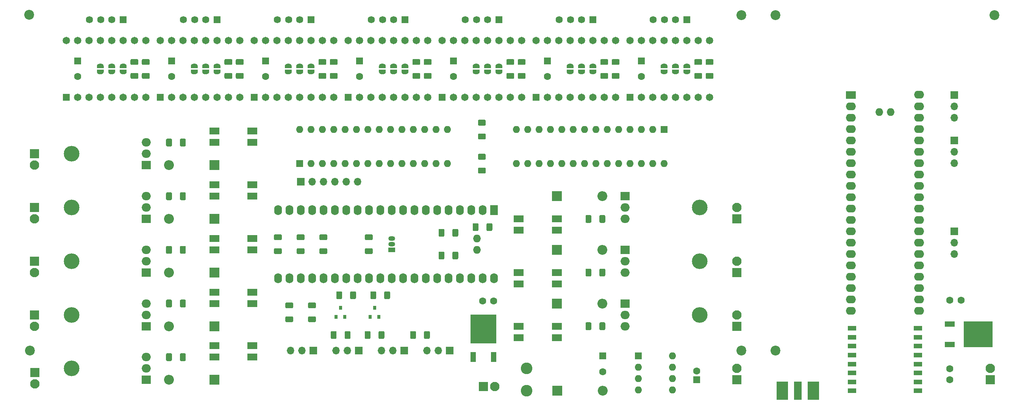
<source format=gbr>
%TF.GenerationSoftware,KiCad,Pcbnew,(5.1.7)-1*%
%TF.CreationDate,2020-11-03T10:53:37+01:00*%
%TF.ProjectId,PCB,5043422e-6b69-4636-9164-5f7063625858,rev?*%
%TF.SameCoordinates,Original*%
%TF.FileFunction,Soldermask,Top*%
%TF.FilePolarity,Negative*%
%FSLAX46Y46*%
G04 Gerber Fmt 4.6, Leading zero omitted, Abs format (unit mm)*
G04 Created by KiCad (PCBNEW (5.1.7)-1) date 2020-11-03 10:53:37*
%MOMM*%
%LPD*%
G01*
G04 APERTURE LIST*
%ADD10C,2.200000*%
%ADD11O,1.727200X1.727200*%
%ADD12O,1.727200X2.250000*%
%ADD13R,1.727200X2.250000*%
%ADD14O,1.700000X1.700000*%
%ADD15R,1.700000X1.700000*%
%ADD16R,2.200000X1.200000*%
%ADD17R,6.400000X5.800000*%
%ADD18C,1.600000*%
%ADD19R,2.100000X2.100000*%
%ADD20C,2.100000*%
%ADD21R,0.800000X0.900000*%
%ADD22R,2.665000X4.190000*%
%ADD23R,1.780000X4.190000*%
%ADD24O,1.600000X1.600000*%
%ADD25R,1.600000X1.600000*%
%ADD26R,2.250000X1.727200*%
%ADD27O,2.250000X1.727200*%
%ADD28R,2.250000X1.600000*%
%ADD29O,2.000000X1.905000*%
%ADD30R,2.000000X1.905000*%
%ADD31O,3.500000X3.500000*%
%ADD32O,2.200000X2.200000*%
%ADD33R,2.200000X2.200000*%
%ADD34C,0.100000*%
%ADD35R,1.500000X1.050000*%
%ADD36O,1.500000X1.050000*%
%ADD37C,2.600000*%
%ADD38R,5.800000X6.400000*%
%ADD39R,1.200000X2.200000*%
%ADD40C,1.590000*%
%ADD41R,1.590000X1.590000*%
%ADD42C,1.650000*%
%ADD43R,1.650000X1.650000*%
%ADD44R,1.950000X1.050000*%
G04 APERTURE END LIST*
D10*
%TO.C,H7*%
X189600000Y-98000000D03*
%TD*%
%TO.C,H6*%
X238600000Y-23000000D03*
%TD*%
%TO.C,H5*%
X189600000Y-23000000D03*
%TD*%
%TO.C,H4*%
X182000000Y-98000000D03*
%TD*%
%TO.C,H3*%
X23000000Y-98000000D03*
%TD*%
%TO.C,H2*%
X182000000Y-23000000D03*
%TD*%
%TO.C,H1*%
X22860000Y-22860000D03*
%TD*%
D11*
%TO.C,U4*%
X122870800Y-72930000D03*
X122870800Y-75470000D03*
D12*
X126731600Y-81810000D03*
X124140800Y-81810000D03*
X121600800Y-81810000D03*
X119060800Y-81810000D03*
X116520800Y-81810000D03*
X113980800Y-81810000D03*
X111440800Y-81810000D03*
X108900800Y-81810000D03*
X106360800Y-81810000D03*
X103820800Y-81810000D03*
X101280800Y-81810000D03*
X98740800Y-81810000D03*
X96200800Y-81810000D03*
X93660800Y-81810000D03*
X91120800Y-81810000D03*
X88580800Y-81810000D03*
X86040800Y-81810000D03*
X83500800Y-81810000D03*
X80960800Y-81810000D03*
X78420800Y-81810000D03*
X78420800Y-66570000D03*
X80960800Y-66570000D03*
X83500800Y-66570000D03*
X86040800Y-66570000D03*
X88580800Y-66570000D03*
X91120800Y-66570000D03*
X93660800Y-66570000D03*
X96200800Y-66570000D03*
X98740800Y-66570000D03*
X101280800Y-66570000D03*
X103820800Y-66570000D03*
X106360800Y-66570000D03*
X108900800Y-66570000D03*
X111440800Y-66570000D03*
X113980800Y-66570000D03*
X116520800Y-66570000D03*
X119060800Y-66570000D03*
X121600800Y-66570000D03*
X124140800Y-66570000D03*
D13*
X126680800Y-66570000D03*
%TD*%
D14*
%TO.C,SPECTRAL1*%
X96200800Y-60220000D03*
X93660800Y-60220000D03*
X91120800Y-60220000D03*
X88580800Y-60220000D03*
X86040800Y-60220000D03*
D15*
X83500800Y-60220000D03*
%TD*%
D16*
%TO.C,U23*%
X228600000Y-92100000D03*
X228600000Y-96660000D03*
D17*
X234900000Y-94380000D03*
%TD*%
D18*
%TO.C,C12*%
X231100000Y-86760000D03*
X228600000Y-86760000D03*
%TD*%
%TO.C,C11*%
X228600000Y-104540000D03*
X228600000Y-102040000D03*
%TD*%
D19*
%TO.C,5V_IN*%
X237600000Y-104540000D03*
D20*
X237600000Y-102000000D03*
%TD*%
%TO.C,5V_OUT*%
X126900800Y-106000000D03*
D19*
X124360800Y-106000000D03*
%TD*%
D15*
%TO.C,I2C*%
X229600000Y-50979200D03*
D14*
X229600000Y-53519200D03*
X229600000Y-56059200D03*
%TD*%
%TO.C,R38*%
G36*
G01*
X94560800Y-86245000D02*
X94560800Y-84995000D01*
G75*
G02*
X94810800Y-84745000I250000J0D01*
G01*
X95610800Y-84745000D01*
G75*
G02*
X95860800Y-84995000I0J-250000D01*
G01*
X95860800Y-86245000D01*
G75*
G02*
X95610800Y-86495000I-250000J0D01*
G01*
X94810800Y-86495000D01*
G75*
G02*
X94560800Y-86245000I0J250000D01*
G01*
G37*
G36*
G01*
X91460800Y-86245000D02*
X91460800Y-84995000D01*
G75*
G02*
X91710800Y-84745000I250000J0D01*
G01*
X92510800Y-84745000D01*
G75*
G02*
X92760800Y-84995000I0J-250000D01*
G01*
X92760800Y-86245000D01*
G75*
G02*
X92510800Y-86495000I-250000J0D01*
G01*
X91710800Y-86495000D01*
G75*
G02*
X91460800Y-86245000I0J250000D01*
G01*
G37*
%TD*%
%TO.C,R37*%
G36*
G01*
X91530000Y-93885000D02*
X91530000Y-95135000D01*
G75*
G02*
X91280000Y-95385000I-250000J0D01*
G01*
X90480000Y-95385000D01*
G75*
G02*
X90230000Y-95135000I0J250000D01*
G01*
X90230000Y-93885000D01*
G75*
G02*
X90480000Y-93635000I250000J0D01*
G01*
X91280000Y-93635000D01*
G75*
G02*
X91530000Y-93885000I0J-250000D01*
G01*
G37*
G36*
G01*
X94630000Y-93885000D02*
X94630000Y-95135000D01*
G75*
G02*
X94380000Y-95385000I-250000J0D01*
G01*
X93580000Y-95385000D01*
G75*
G02*
X93330000Y-95135000I0J250000D01*
G01*
X93330000Y-93885000D01*
G75*
G02*
X93580000Y-93635000I250000J0D01*
G01*
X94380000Y-93635000D01*
G75*
G02*
X94630000Y-93885000I0J-250000D01*
G01*
G37*
%TD*%
%TO.C,R36*%
G36*
G01*
X102180800Y-86245000D02*
X102180800Y-84995000D01*
G75*
G02*
X102430800Y-84745000I250000J0D01*
G01*
X103230800Y-84745000D01*
G75*
G02*
X103480800Y-84995000I0J-250000D01*
G01*
X103480800Y-86245000D01*
G75*
G02*
X103230800Y-86495000I-250000J0D01*
G01*
X102430800Y-86495000D01*
G75*
G02*
X102180800Y-86245000I0J250000D01*
G01*
G37*
G36*
G01*
X99080800Y-86245000D02*
X99080800Y-84995000D01*
G75*
G02*
X99330800Y-84745000I250000J0D01*
G01*
X100130800Y-84745000D01*
G75*
G02*
X100380800Y-84995000I0J-250000D01*
G01*
X100380800Y-86245000D01*
G75*
G02*
X100130800Y-86495000I-250000J0D01*
G01*
X99330800Y-86495000D01*
G75*
G02*
X99080800Y-86245000I0J250000D01*
G01*
G37*
%TD*%
%TO.C,R32*%
G36*
G01*
X111070800Y-95135000D02*
X111070800Y-93885000D01*
G75*
G02*
X111320800Y-93635000I250000J0D01*
G01*
X112120800Y-93635000D01*
G75*
G02*
X112370800Y-93885000I0J-250000D01*
G01*
X112370800Y-95135000D01*
G75*
G02*
X112120800Y-95385000I-250000J0D01*
G01*
X111320800Y-95385000D01*
G75*
G02*
X111070800Y-95135000I0J250000D01*
G01*
G37*
G36*
G01*
X107970800Y-95135000D02*
X107970800Y-93885000D01*
G75*
G02*
X108220800Y-93635000I250000J0D01*
G01*
X109020800Y-93635000D01*
G75*
G02*
X109270800Y-93885000I0J-250000D01*
G01*
X109270800Y-95135000D01*
G75*
G02*
X109020800Y-95385000I-250000J0D01*
G01*
X108220800Y-95385000D01*
G75*
G02*
X107970800Y-95135000I0J250000D01*
G01*
G37*
%TD*%
%TO.C,R15*%
G36*
G01*
X99110800Y-93885000D02*
X99110800Y-95135000D01*
G75*
G02*
X98860800Y-95385000I-250000J0D01*
G01*
X98060800Y-95385000D01*
G75*
G02*
X97810800Y-95135000I0J250000D01*
G01*
X97810800Y-93885000D01*
G75*
G02*
X98060800Y-93635000I250000J0D01*
G01*
X98860800Y-93635000D01*
G75*
G02*
X99110800Y-93885000I0J-250000D01*
G01*
G37*
G36*
G01*
X102210800Y-93885000D02*
X102210800Y-95135000D01*
G75*
G02*
X101960800Y-95385000I-250000J0D01*
G01*
X101160800Y-95385000D01*
G75*
G02*
X100910800Y-95135000I0J250000D01*
G01*
X100910800Y-93885000D01*
G75*
G02*
X101160800Y-93635000I250000J0D01*
G01*
X101960800Y-93635000D01*
G75*
G02*
X102210800Y-93885000I0J-250000D01*
G01*
G37*
%TD*%
D21*
%TO.C,Q10*%
X92390800Y-88430000D03*
X93340800Y-90430000D03*
X91440800Y-90430000D03*
%TD*%
%TO.C,Q6*%
X100010800Y-88430000D03*
X100960800Y-90430000D03*
X99060800Y-90430000D03*
%TD*%
D14*
%TO.C,WATER_LVL*%
X91440000Y-98000000D03*
X93980000Y-98000000D03*
D15*
X96520000Y-98000000D03*
%TD*%
D14*
%TO.C,I2C*%
X101600000Y-98000000D03*
X104140000Y-98000000D03*
D15*
X106680000Y-98000000D03*
%TD*%
D22*
%TO.C,ANT*%
X191107500Y-107000000D03*
D23*
X194600000Y-107000000D03*
D22*
X198092500Y-107000000D03*
%TD*%
D24*
%TO.C,U15*%
X166620000Y-99190000D03*
X159000000Y-106810000D03*
X166620000Y-101730000D03*
X159000000Y-104270000D03*
X166620000Y-104270000D03*
X159000000Y-101730000D03*
X166620000Y-106810000D03*
D25*
X159000000Y-99190000D03*
%TD*%
D20*
%TO.C,VIN*%
X181000000Y-102000000D03*
D19*
X181000000Y-104540000D03*
%TD*%
D15*
%TO.C,DEBUG*%
X229600000Y-40819200D03*
D14*
X229600000Y-43359200D03*
X229600000Y-45899200D03*
%TD*%
D15*
%TO.C,SERIAL*%
X229600000Y-71299200D03*
D14*
X229600000Y-73839200D03*
X229600000Y-76379200D03*
%TD*%
D26*
%TO.C,U24*%
X206480000Y-40819200D03*
D27*
X206480000Y-43359200D03*
X206480000Y-45899200D03*
X206480000Y-48439200D03*
X206480000Y-50979200D03*
X206480000Y-53519200D03*
X206480000Y-56059200D03*
X206480000Y-58599200D03*
X206480000Y-61139200D03*
X206480000Y-63679200D03*
X206480000Y-66219200D03*
X206480000Y-68759200D03*
X206480000Y-71299200D03*
X206480000Y-73839200D03*
X206480000Y-76379200D03*
X206480000Y-78919200D03*
X206480000Y-81459200D03*
X206480000Y-83999200D03*
X206480000Y-86539200D03*
X206480000Y-89079200D03*
X221720000Y-89079200D03*
X221720000Y-86539200D03*
X221720000Y-83999200D03*
X221720000Y-81459200D03*
X221720000Y-78919200D03*
X221720000Y-76379200D03*
X221720000Y-73839200D03*
X221720000Y-71299200D03*
X221720000Y-68759200D03*
X221720000Y-66219200D03*
X221720000Y-63679200D03*
X221720000Y-61139200D03*
X221720000Y-58599200D03*
X221720000Y-56059200D03*
X221720000Y-53519200D03*
X221720000Y-50979200D03*
X221720000Y-48439200D03*
X221720000Y-45899200D03*
X221720000Y-43359200D03*
X221720000Y-40768400D03*
D11*
X215380000Y-44629200D03*
X212840000Y-44629200D03*
%TD*%
D28*
%TO.C,U22*%
X140760000Y-92540000D03*
X140760000Y-95080000D03*
X132260000Y-95080000D03*
X132260000Y-92540000D03*
%TD*%
%TO.C,U21*%
X140760000Y-80540000D03*
X140760000Y-83080000D03*
X132260000Y-83080000D03*
X132260000Y-80540000D03*
%TD*%
%TO.C,U20*%
X140760000Y-68540000D03*
X140760000Y-71080000D03*
X132260000Y-71080000D03*
X132260000Y-68540000D03*
%TD*%
%TO.C,R35*%
G36*
G01*
X150270000Y-93165000D02*
X150270000Y-91915000D01*
G75*
G02*
X150520000Y-91665000I250000J0D01*
G01*
X151320000Y-91665000D01*
G75*
G02*
X151570000Y-91915000I0J-250000D01*
G01*
X151570000Y-93165000D01*
G75*
G02*
X151320000Y-93415000I-250000J0D01*
G01*
X150520000Y-93415000D01*
G75*
G02*
X150270000Y-93165000I0J250000D01*
G01*
G37*
G36*
G01*
X147170000Y-93165000D02*
X147170000Y-91915000D01*
G75*
G02*
X147420000Y-91665000I250000J0D01*
G01*
X148220000Y-91665000D01*
G75*
G02*
X148470000Y-91915000I0J-250000D01*
G01*
X148470000Y-93165000D01*
G75*
G02*
X148220000Y-93415000I-250000J0D01*
G01*
X147420000Y-93415000D01*
G75*
G02*
X147170000Y-93165000I0J250000D01*
G01*
G37*
%TD*%
%TO.C,R34*%
G36*
G01*
X150270000Y-81165000D02*
X150270000Y-79915000D01*
G75*
G02*
X150520000Y-79665000I250000J0D01*
G01*
X151320000Y-79665000D01*
G75*
G02*
X151570000Y-79915000I0J-250000D01*
G01*
X151570000Y-81165000D01*
G75*
G02*
X151320000Y-81415000I-250000J0D01*
G01*
X150520000Y-81415000D01*
G75*
G02*
X150270000Y-81165000I0J250000D01*
G01*
G37*
G36*
G01*
X147170000Y-81165000D02*
X147170000Y-79915000D01*
G75*
G02*
X147420000Y-79665000I250000J0D01*
G01*
X148220000Y-79665000D01*
G75*
G02*
X148470000Y-79915000I0J-250000D01*
G01*
X148470000Y-81165000D01*
G75*
G02*
X148220000Y-81415000I-250000J0D01*
G01*
X147420000Y-81415000D01*
G75*
G02*
X147170000Y-81165000I0J250000D01*
G01*
G37*
%TD*%
%TO.C,R33*%
G36*
G01*
X150270000Y-69165000D02*
X150270000Y-67915000D01*
G75*
G02*
X150520000Y-67665000I250000J0D01*
G01*
X151320000Y-67665000D01*
G75*
G02*
X151570000Y-67915000I0J-250000D01*
G01*
X151570000Y-69165000D01*
G75*
G02*
X151320000Y-69415000I-250000J0D01*
G01*
X150520000Y-69415000D01*
G75*
G02*
X150270000Y-69165000I0J250000D01*
G01*
G37*
G36*
G01*
X147170000Y-69165000D02*
X147170000Y-67915000D01*
G75*
G02*
X147420000Y-67665000I250000J0D01*
G01*
X148220000Y-67665000D01*
G75*
G02*
X148470000Y-67915000I0J-250000D01*
G01*
X148470000Y-69165000D01*
G75*
G02*
X148220000Y-69415000I-250000J0D01*
G01*
X147420000Y-69415000D01*
G75*
G02*
X147170000Y-69165000I0J250000D01*
G01*
G37*
%TD*%
%TO.C,R31*%
G36*
G01*
X115620800Y-76105000D02*
X115620800Y-77355000D01*
G75*
G02*
X115370800Y-77605000I-250000J0D01*
G01*
X114570800Y-77605000D01*
G75*
G02*
X114320800Y-77355000I0J250000D01*
G01*
X114320800Y-76105000D01*
G75*
G02*
X114570800Y-75855000I250000J0D01*
G01*
X115370800Y-75855000D01*
G75*
G02*
X115620800Y-76105000I0J-250000D01*
G01*
G37*
G36*
G01*
X118720800Y-76105000D02*
X118720800Y-77355000D01*
G75*
G02*
X118470800Y-77605000I-250000J0D01*
G01*
X117670800Y-77605000D01*
G75*
G02*
X117420800Y-77355000I0J250000D01*
G01*
X117420800Y-76105000D01*
G75*
G02*
X117670800Y-75855000I250000J0D01*
G01*
X118470800Y-75855000D01*
G75*
G02*
X118720800Y-76105000I0J-250000D01*
G01*
G37*
%TD*%
%TO.C,R30*%
G36*
G01*
X115620800Y-71025000D02*
X115620800Y-72275000D01*
G75*
G02*
X115370800Y-72525000I-250000J0D01*
G01*
X114570800Y-72525000D01*
G75*
G02*
X114320800Y-72275000I0J250000D01*
G01*
X114320800Y-71025000D01*
G75*
G02*
X114570800Y-70775000I250000J0D01*
G01*
X115370800Y-70775000D01*
G75*
G02*
X115620800Y-71025000I0J-250000D01*
G01*
G37*
G36*
G01*
X118720800Y-71025000D02*
X118720800Y-72275000D01*
G75*
G02*
X118470800Y-72525000I-250000J0D01*
G01*
X117670800Y-72525000D01*
G75*
G02*
X117420800Y-72275000I0J250000D01*
G01*
X117420800Y-71025000D01*
G75*
G02*
X117670800Y-70775000I250000J0D01*
G01*
X118470800Y-70775000D01*
G75*
G02*
X118720800Y-71025000I0J-250000D01*
G01*
G37*
%TD*%
%TO.C,R29*%
G36*
G01*
X123240800Y-69755000D02*
X123240800Y-71005000D01*
G75*
G02*
X122990800Y-71255000I-250000J0D01*
G01*
X122190800Y-71255000D01*
G75*
G02*
X121940800Y-71005000I0J250000D01*
G01*
X121940800Y-69755000D01*
G75*
G02*
X122190800Y-69505000I250000J0D01*
G01*
X122990800Y-69505000D01*
G75*
G02*
X123240800Y-69755000I0J-250000D01*
G01*
G37*
G36*
G01*
X126340800Y-69755000D02*
X126340800Y-71005000D01*
G75*
G02*
X126090800Y-71255000I-250000J0D01*
G01*
X125290800Y-71255000D01*
G75*
G02*
X125040800Y-71005000I0J250000D01*
G01*
X125040800Y-69755000D01*
G75*
G02*
X125290800Y-69505000I250000J0D01*
G01*
X126090800Y-69505000D01*
G75*
G02*
X126340800Y-69755000I0J-250000D01*
G01*
G37*
%TD*%
D29*
%TO.C,Q9*%
X156000000Y-92540000D03*
X156000000Y-90000000D03*
D30*
X156000000Y-87460000D03*
D31*
X172660000Y-90000000D03*
%TD*%
D29*
%TO.C,Q8*%
X156000000Y-80540000D03*
X156000000Y-78000000D03*
D30*
X156000000Y-75460000D03*
D31*
X172660000Y-78000000D03*
%TD*%
D29*
%TO.C,Q7*%
X156000000Y-68540000D03*
X156000000Y-66000000D03*
D30*
X156000000Y-63460000D03*
D31*
X172660000Y-66000000D03*
%TD*%
D20*
%TO.C,FAN*%
X181000000Y-90000000D03*
D19*
X181000000Y-92540000D03*
%TD*%
D20*
%TO.C,PUMP*%
X181000000Y-78000000D03*
D19*
X181000000Y-80540000D03*
%TD*%
D20*
%TO.C,MIXER_MOT*%
X181000000Y-66000000D03*
D19*
X181000000Y-68540000D03*
%TD*%
D32*
%TO.C,D9*%
X150920000Y-87460000D03*
D33*
X140760000Y-87460000D03*
%TD*%
D32*
%TO.C,D8*%
X150920000Y-75460000D03*
D33*
X140760000Y-75460000D03*
%TD*%
D32*
%TO.C,D7*%
X150920000Y-63460000D03*
D33*
X140760000Y-63460000D03*
%TD*%
D29*
%TO.C,Q5*%
X49000000Y-99460000D03*
X49000000Y-102000000D03*
D30*
X49000000Y-104540000D03*
D31*
X32340000Y-102000000D03*
%TD*%
D29*
%TO.C,Q4*%
X49000000Y-51460000D03*
X49000000Y-54000000D03*
D30*
X49000000Y-56540000D03*
D31*
X32340000Y-54000000D03*
%TD*%
D29*
%TO.C,Q3*%
X49000000Y-63460000D03*
X49000000Y-66000000D03*
D30*
X49000000Y-68540000D03*
D31*
X32340000Y-66000000D03*
%TD*%
D29*
%TO.C,Q2*%
X49000000Y-75460000D03*
X49000000Y-78000000D03*
D30*
X49000000Y-80540000D03*
D31*
X32340000Y-78000000D03*
%TD*%
%TO.C,R28*%
G36*
G01*
X171725000Y-35900000D02*
X172975000Y-35900000D01*
G75*
G02*
X173225000Y-36150000I0J-250000D01*
G01*
X173225000Y-36950000D01*
G75*
G02*
X172975000Y-37200000I-250000J0D01*
G01*
X171725000Y-37200000D01*
G75*
G02*
X171475000Y-36950000I0J250000D01*
G01*
X171475000Y-36150000D01*
G75*
G02*
X171725000Y-35900000I250000J0D01*
G01*
G37*
G36*
G01*
X171725000Y-32800000D02*
X172975000Y-32800000D01*
G75*
G02*
X173225000Y-33050000I0J-250000D01*
G01*
X173225000Y-33850000D01*
G75*
G02*
X172975000Y-34100000I-250000J0D01*
G01*
X171725000Y-34100000D01*
G75*
G02*
X171475000Y-33850000I0J250000D01*
G01*
X171475000Y-33050000D01*
G75*
G02*
X171725000Y-32800000I250000J0D01*
G01*
G37*
%TD*%
%TO.C,R27*%
G36*
G01*
X150725000Y-35900000D02*
X151975000Y-35900000D01*
G75*
G02*
X152225000Y-36150000I0J-250000D01*
G01*
X152225000Y-36950000D01*
G75*
G02*
X151975000Y-37200000I-250000J0D01*
G01*
X150725000Y-37200000D01*
G75*
G02*
X150475000Y-36950000I0J250000D01*
G01*
X150475000Y-36150000D01*
G75*
G02*
X150725000Y-35900000I250000J0D01*
G01*
G37*
G36*
G01*
X150725000Y-32800000D02*
X151975000Y-32800000D01*
G75*
G02*
X152225000Y-33050000I0J-250000D01*
G01*
X152225000Y-33850000D01*
G75*
G02*
X151975000Y-34100000I-250000J0D01*
G01*
X150725000Y-34100000D01*
G75*
G02*
X150475000Y-33850000I0J250000D01*
G01*
X150475000Y-33050000D01*
G75*
G02*
X150725000Y-32800000I250000J0D01*
G01*
G37*
%TD*%
%TO.C,R26*%
G36*
G01*
X129725000Y-35900000D02*
X130975000Y-35900000D01*
G75*
G02*
X131225000Y-36150000I0J-250000D01*
G01*
X131225000Y-36950000D01*
G75*
G02*
X130975000Y-37200000I-250000J0D01*
G01*
X129725000Y-37200000D01*
G75*
G02*
X129475000Y-36950000I0J250000D01*
G01*
X129475000Y-36150000D01*
G75*
G02*
X129725000Y-35900000I250000J0D01*
G01*
G37*
G36*
G01*
X129725000Y-32800000D02*
X130975000Y-32800000D01*
G75*
G02*
X131225000Y-33050000I0J-250000D01*
G01*
X131225000Y-33850000D01*
G75*
G02*
X130975000Y-34100000I-250000J0D01*
G01*
X129725000Y-34100000D01*
G75*
G02*
X129475000Y-33850000I0J250000D01*
G01*
X129475000Y-33050000D01*
G75*
G02*
X129725000Y-32800000I250000J0D01*
G01*
G37*
%TD*%
%TO.C,R25*%
G36*
G01*
X108725000Y-35900000D02*
X109975000Y-35900000D01*
G75*
G02*
X110225000Y-36150000I0J-250000D01*
G01*
X110225000Y-36950000D01*
G75*
G02*
X109975000Y-37200000I-250000J0D01*
G01*
X108725000Y-37200000D01*
G75*
G02*
X108475000Y-36950000I0J250000D01*
G01*
X108475000Y-36150000D01*
G75*
G02*
X108725000Y-35900000I250000J0D01*
G01*
G37*
G36*
G01*
X108725000Y-32800000D02*
X109975000Y-32800000D01*
G75*
G02*
X110225000Y-33050000I0J-250000D01*
G01*
X110225000Y-33850000D01*
G75*
G02*
X109975000Y-34100000I-250000J0D01*
G01*
X108725000Y-34100000D01*
G75*
G02*
X108475000Y-33850000I0J250000D01*
G01*
X108475000Y-33050000D01*
G75*
G02*
X108725000Y-32800000I250000J0D01*
G01*
G37*
%TD*%
%TO.C,R24*%
G36*
G01*
X87725000Y-35900000D02*
X88975000Y-35900000D01*
G75*
G02*
X89225000Y-36150000I0J-250000D01*
G01*
X89225000Y-36950000D01*
G75*
G02*
X88975000Y-37200000I-250000J0D01*
G01*
X87725000Y-37200000D01*
G75*
G02*
X87475000Y-36950000I0J250000D01*
G01*
X87475000Y-36150000D01*
G75*
G02*
X87725000Y-35900000I250000J0D01*
G01*
G37*
G36*
G01*
X87725000Y-32800000D02*
X88975000Y-32800000D01*
G75*
G02*
X89225000Y-33050000I0J-250000D01*
G01*
X89225000Y-33850000D01*
G75*
G02*
X88975000Y-34100000I-250000J0D01*
G01*
X87725000Y-34100000D01*
G75*
G02*
X87475000Y-33850000I0J250000D01*
G01*
X87475000Y-33050000D01*
G75*
G02*
X87725000Y-32800000I250000J0D01*
G01*
G37*
%TD*%
%TO.C,R23*%
G36*
G01*
X174265000Y-35900000D02*
X175515000Y-35900000D01*
G75*
G02*
X175765000Y-36150000I0J-250000D01*
G01*
X175765000Y-36950000D01*
G75*
G02*
X175515000Y-37200000I-250000J0D01*
G01*
X174265000Y-37200000D01*
G75*
G02*
X174015000Y-36950000I0J250000D01*
G01*
X174015000Y-36150000D01*
G75*
G02*
X174265000Y-35900000I250000J0D01*
G01*
G37*
G36*
G01*
X174265000Y-32800000D02*
X175515000Y-32800000D01*
G75*
G02*
X175765000Y-33050000I0J-250000D01*
G01*
X175765000Y-33850000D01*
G75*
G02*
X175515000Y-34100000I-250000J0D01*
G01*
X174265000Y-34100000D01*
G75*
G02*
X174015000Y-33850000I0J250000D01*
G01*
X174015000Y-33050000D01*
G75*
G02*
X174265000Y-32800000I250000J0D01*
G01*
G37*
%TD*%
%TO.C,R22*%
G36*
G01*
X153265000Y-35900000D02*
X154515000Y-35900000D01*
G75*
G02*
X154765000Y-36150000I0J-250000D01*
G01*
X154765000Y-36950000D01*
G75*
G02*
X154515000Y-37200000I-250000J0D01*
G01*
X153265000Y-37200000D01*
G75*
G02*
X153015000Y-36950000I0J250000D01*
G01*
X153015000Y-36150000D01*
G75*
G02*
X153265000Y-35900000I250000J0D01*
G01*
G37*
G36*
G01*
X153265000Y-32800000D02*
X154515000Y-32800000D01*
G75*
G02*
X154765000Y-33050000I0J-250000D01*
G01*
X154765000Y-33850000D01*
G75*
G02*
X154515000Y-34100000I-250000J0D01*
G01*
X153265000Y-34100000D01*
G75*
G02*
X153015000Y-33850000I0J250000D01*
G01*
X153015000Y-33050000D01*
G75*
G02*
X153265000Y-32800000I250000J0D01*
G01*
G37*
%TD*%
%TO.C,R21*%
G36*
G01*
X132265000Y-32800000D02*
X133515000Y-32800000D01*
G75*
G02*
X133765000Y-33050000I0J-250000D01*
G01*
X133765000Y-33850000D01*
G75*
G02*
X133515000Y-34100000I-250000J0D01*
G01*
X132265000Y-34100000D01*
G75*
G02*
X132015000Y-33850000I0J250000D01*
G01*
X132015000Y-33050000D01*
G75*
G02*
X132265000Y-32800000I250000J0D01*
G01*
G37*
G36*
G01*
X132265000Y-35900000D02*
X133515000Y-35900000D01*
G75*
G02*
X133765000Y-36150000I0J-250000D01*
G01*
X133765000Y-36950000D01*
G75*
G02*
X133515000Y-37200000I-250000J0D01*
G01*
X132265000Y-37200000D01*
G75*
G02*
X132015000Y-36950000I0J250000D01*
G01*
X132015000Y-36150000D01*
G75*
G02*
X132265000Y-35900000I250000J0D01*
G01*
G37*
%TD*%
%TO.C,R20*%
G36*
G01*
X111265000Y-35900000D02*
X112515000Y-35900000D01*
G75*
G02*
X112765000Y-36150000I0J-250000D01*
G01*
X112765000Y-36950000D01*
G75*
G02*
X112515000Y-37200000I-250000J0D01*
G01*
X111265000Y-37200000D01*
G75*
G02*
X111015000Y-36950000I0J250000D01*
G01*
X111015000Y-36150000D01*
G75*
G02*
X111265000Y-35900000I250000J0D01*
G01*
G37*
G36*
G01*
X111265000Y-32800000D02*
X112515000Y-32800000D01*
G75*
G02*
X112765000Y-33050000I0J-250000D01*
G01*
X112765000Y-33850000D01*
G75*
G02*
X112515000Y-34100000I-250000J0D01*
G01*
X111265000Y-34100000D01*
G75*
G02*
X111015000Y-33850000I0J250000D01*
G01*
X111015000Y-33050000D01*
G75*
G02*
X111265000Y-32800000I250000J0D01*
G01*
G37*
%TD*%
%TO.C,R19*%
G36*
G01*
X90265000Y-35900000D02*
X91515000Y-35900000D01*
G75*
G02*
X91765000Y-36150000I0J-250000D01*
G01*
X91765000Y-36950000D01*
G75*
G02*
X91515000Y-37200000I-250000J0D01*
G01*
X90265000Y-37200000D01*
G75*
G02*
X90015000Y-36950000I0J250000D01*
G01*
X90015000Y-36150000D01*
G75*
G02*
X90265000Y-35900000I250000J0D01*
G01*
G37*
G36*
G01*
X90265000Y-32800000D02*
X91515000Y-32800000D01*
G75*
G02*
X91765000Y-33050000I0J-250000D01*
G01*
X91765000Y-33850000D01*
G75*
G02*
X91515000Y-34100000I-250000J0D01*
G01*
X90265000Y-34100000D01*
G75*
G02*
X90015000Y-33850000I0J250000D01*
G01*
X90015000Y-33050000D01*
G75*
G02*
X90265000Y-32800000I250000J0D01*
G01*
G37*
%TD*%
D34*
%TO.C,JP21*%
G36*
X170559398Y-35650000D02*
G01*
X170559398Y-35674534D01*
X170554588Y-35723365D01*
X170545016Y-35771490D01*
X170530772Y-35818445D01*
X170511995Y-35863778D01*
X170488864Y-35907051D01*
X170461604Y-35947850D01*
X170430476Y-35985779D01*
X170395779Y-36020476D01*
X170357850Y-36051604D01*
X170317051Y-36078864D01*
X170273778Y-36101995D01*
X170228445Y-36120772D01*
X170181490Y-36135016D01*
X170133365Y-36144588D01*
X170084534Y-36149398D01*
X170060000Y-36149398D01*
X170060000Y-36150000D01*
X169560000Y-36150000D01*
X169560000Y-36149398D01*
X169535466Y-36149398D01*
X169486635Y-36144588D01*
X169438510Y-36135016D01*
X169391555Y-36120772D01*
X169346222Y-36101995D01*
X169302949Y-36078864D01*
X169262150Y-36051604D01*
X169224221Y-36020476D01*
X169189524Y-35985779D01*
X169158396Y-35947850D01*
X169131136Y-35907051D01*
X169108005Y-35863778D01*
X169089228Y-35818445D01*
X169074984Y-35771490D01*
X169065412Y-35723365D01*
X169060602Y-35674534D01*
X169060602Y-35650000D01*
X169060000Y-35650000D01*
X169060000Y-35150000D01*
X170560000Y-35150000D01*
X170560000Y-35650000D01*
X170559398Y-35650000D01*
G37*
G36*
X169060000Y-34850000D02*
G01*
X169060000Y-34350000D01*
X169060602Y-34350000D01*
X169060602Y-34325466D01*
X169065412Y-34276635D01*
X169074984Y-34228510D01*
X169089228Y-34181555D01*
X169108005Y-34136222D01*
X169131136Y-34092949D01*
X169158396Y-34052150D01*
X169189524Y-34014221D01*
X169224221Y-33979524D01*
X169262150Y-33948396D01*
X169302949Y-33921136D01*
X169346222Y-33898005D01*
X169391555Y-33879228D01*
X169438510Y-33864984D01*
X169486635Y-33855412D01*
X169535466Y-33850602D01*
X169560000Y-33850602D01*
X169560000Y-33850000D01*
X170060000Y-33850000D01*
X170060000Y-33850602D01*
X170084534Y-33850602D01*
X170133365Y-33855412D01*
X170181490Y-33864984D01*
X170228445Y-33879228D01*
X170273778Y-33898005D01*
X170317051Y-33921136D01*
X170357850Y-33948396D01*
X170395779Y-33979524D01*
X170430476Y-34014221D01*
X170461604Y-34052150D01*
X170488864Y-34092949D01*
X170511995Y-34136222D01*
X170530772Y-34181555D01*
X170545016Y-34228510D01*
X170554588Y-34276635D01*
X170559398Y-34325466D01*
X170559398Y-34350000D01*
X170560000Y-34350000D01*
X170560000Y-34850000D01*
X169060000Y-34850000D01*
G37*
%TD*%
%TO.C,JP20*%
G36*
X168019398Y-35650000D02*
G01*
X168019398Y-35674534D01*
X168014588Y-35723365D01*
X168005016Y-35771490D01*
X167990772Y-35818445D01*
X167971995Y-35863778D01*
X167948864Y-35907051D01*
X167921604Y-35947850D01*
X167890476Y-35985779D01*
X167855779Y-36020476D01*
X167817850Y-36051604D01*
X167777051Y-36078864D01*
X167733778Y-36101995D01*
X167688445Y-36120772D01*
X167641490Y-36135016D01*
X167593365Y-36144588D01*
X167544534Y-36149398D01*
X167520000Y-36149398D01*
X167520000Y-36150000D01*
X167020000Y-36150000D01*
X167020000Y-36149398D01*
X166995466Y-36149398D01*
X166946635Y-36144588D01*
X166898510Y-36135016D01*
X166851555Y-36120772D01*
X166806222Y-36101995D01*
X166762949Y-36078864D01*
X166722150Y-36051604D01*
X166684221Y-36020476D01*
X166649524Y-35985779D01*
X166618396Y-35947850D01*
X166591136Y-35907051D01*
X166568005Y-35863778D01*
X166549228Y-35818445D01*
X166534984Y-35771490D01*
X166525412Y-35723365D01*
X166520602Y-35674534D01*
X166520602Y-35650000D01*
X166520000Y-35650000D01*
X166520000Y-35150000D01*
X168020000Y-35150000D01*
X168020000Y-35650000D01*
X168019398Y-35650000D01*
G37*
G36*
X166520000Y-34850000D02*
G01*
X166520000Y-34350000D01*
X166520602Y-34350000D01*
X166520602Y-34325466D01*
X166525412Y-34276635D01*
X166534984Y-34228510D01*
X166549228Y-34181555D01*
X166568005Y-34136222D01*
X166591136Y-34092949D01*
X166618396Y-34052150D01*
X166649524Y-34014221D01*
X166684221Y-33979524D01*
X166722150Y-33948396D01*
X166762949Y-33921136D01*
X166806222Y-33898005D01*
X166851555Y-33879228D01*
X166898510Y-33864984D01*
X166946635Y-33855412D01*
X166995466Y-33850602D01*
X167020000Y-33850602D01*
X167020000Y-33850000D01*
X167520000Y-33850000D01*
X167520000Y-33850602D01*
X167544534Y-33850602D01*
X167593365Y-33855412D01*
X167641490Y-33864984D01*
X167688445Y-33879228D01*
X167733778Y-33898005D01*
X167777051Y-33921136D01*
X167817850Y-33948396D01*
X167855779Y-33979524D01*
X167890476Y-34014221D01*
X167921604Y-34052150D01*
X167948864Y-34092949D01*
X167971995Y-34136222D01*
X167990772Y-34181555D01*
X168005016Y-34228510D01*
X168014588Y-34276635D01*
X168019398Y-34325466D01*
X168019398Y-34350000D01*
X168020000Y-34350000D01*
X168020000Y-34850000D01*
X166520000Y-34850000D01*
G37*
%TD*%
%TO.C,JP19*%
G36*
X165479398Y-35650000D02*
G01*
X165479398Y-35674534D01*
X165474588Y-35723365D01*
X165465016Y-35771490D01*
X165450772Y-35818445D01*
X165431995Y-35863778D01*
X165408864Y-35907051D01*
X165381604Y-35947850D01*
X165350476Y-35985779D01*
X165315779Y-36020476D01*
X165277850Y-36051604D01*
X165237051Y-36078864D01*
X165193778Y-36101995D01*
X165148445Y-36120772D01*
X165101490Y-36135016D01*
X165053365Y-36144588D01*
X165004534Y-36149398D01*
X164980000Y-36149398D01*
X164980000Y-36150000D01*
X164480000Y-36150000D01*
X164480000Y-36149398D01*
X164455466Y-36149398D01*
X164406635Y-36144588D01*
X164358510Y-36135016D01*
X164311555Y-36120772D01*
X164266222Y-36101995D01*
X164222949Y-36078864D01*
X164182150Y-36051604D01*
X164144221Y-36020476D01*
X164109524Y-35985779D01*
X164078396Y-35947850D01*
X164051136Y-35907051D01*
X164028005Y-35863778D01*
X164009228Y-35818445D01*
X163994984Y-35771490D01*
X163985412Y-35723365D01*
X163980602Y-35674534D01*
X163980602Y-35650000D01*
X163980000Y-35650000D01*
X163980000Y-35150000D01*
X165480000Y-35150000D01*
X165480000Y-35650000D01*
X165479398Y-35650000D01*
G37*
G36*
X163980000Y-34850000D02*
G01*
X163980000Y-34350000D01*
X163980602Y-34350000D01*
X163980602Y-34325466D01*
X163985412Y-34276635D01*
X163994984Y-34228510D01*
X164009228Y-34181555D01*
X164028005Y-34136222D01*
X164051136Y-34092949D01*
X164078396Y-34052150D01*
X164109524Y-34014221D01*
X164144221Y-33979524D01*
X164182150Y-33948396D01*
X164222949Y-33921136D01*
X164266222Y-33898005D01*
X164311555Y-33879228D01*
X164358510Y-33864984D01*
X164406635Y-33855412D01*
X164455466Y-33850602D01*
X164480000Y-33850602D01*
X164480000Y-33850000D01*
X164980000Y-33850000D01*
X164980000Y-33850602D01*
X165004534Y-33850602D01*
X165053365Y-33855412D01*
X165101490Y-33864984D01*
X165148445Y-33879228D01*
X165193778Y-33898005D01*
X165237051Y-33921136D01*
X165277850Y-33948396D01*
X165315779Y-33979524D01*
X165350476Y-34014221D01*
X165381604Y-34052150D01*
X165408864Y-34092949D01*
X165431995Y-34136222D01*
X165450772Y-34181555D01*
X165465016Y-34228510D01*
X165474588Y-34276635D01*
X165479398Y-34325466D01*
X165479398Y-34350000D01*
X165480000Y-34350000D01*
X165480000Y-34850000D01*
X163980000Y-34850000D01*
G37*
%TD*%
%TO.C,JP18*%
G36*
X149559398Y-35650000D02*
G01*
X149559398Y-35674534D01*
X149554588Y-35723365D01*
X149545016Y-35771490D01*
X149530772Y-35818445D01*
X149511995Y-35863778D01*
X149488864Y-35907051D01*
X149461604Y-35947850D01*
X149430476Y-35985779D01*
X149395779Y-36020476D01*
X149357850Y-36051604D01*
X149317051Y-36078864D01*
X149273778Y-36101995D01*
X149228445Y-36120772D01*
X149181490Y-36135016D01*
X149133365Y-36144588D01*
X149084534Y-36149398D01*
X149060000Y-36149398D01*
X149060000Y-36150000D01*
X148560000Y-36150000D01*
X148560000Y-36149398D01*
X148535466Y-36149398D01*
X148486635Y-36144588D01*
X148438510Y-36135016D01*
X148391555Y-36120772D01*
X148346222Y-36101995D01*
X148302949Y-36078864D01*
X148262150Y-36051604D01*
X148224221Y-36020476D01*
X148189524Y-35985779D01*
X148158396Y-35947850D01*
X148131136Y-35907051D01*
X148108005Y-35863778D01*
X148089228Y-35818445D01*
X148074984Y-35771490D01*
X148065412Y-35723365D01*
X148060602Y-35674534D01*
X148060602Y-35650000D01*
X148060000Y-35650000D01*
X148060000Y-35150000D01*
X149560000Y-35150000D01*
X149560000Y-35650000D01*
X149559398Y-35650000D01*
G37*
G36*
X148060000Y-34850000D02*
G01*
X148060000Y-34350000D01*
X148060602Y-34350000D01*
X148060602Y-34325466D01*
X148065412Y-34276635D01*
X148074984Y-34228510D01*
X148089228Y-34181555D01*
X148108005Y-34136222D01*
X148131136Y-34092949D01*
X148158396Y-34052150D01*
X148189524Y-34014221D01*
X148224221Y-33979524D01*
X148262150Y-33948396D01*
X148302949Y-33921136D01*
X148346222Y-33898005D01*
X148391555Y-33879228D01*
X148438510Y-33864984D01*
X148486635Y-33855412D01*
X148535466Y-33850602D01*
X148560000Y-33850602D01*
X148560000Y-33850000D01*
X149060000Y-33850000D01*
X149060000Y-33850602D01*
X149084534Y-33850602D01*
X149133365Y-33855412D01*
X149181490Y-33864984D01*
X149228445Y-33879228D01*
X149273778Y-33898005D01*
X149317051Y-33921136D01*
X149357850Y-33948396D01*
X149395779Y-33979524D01*
X149430476Y-34014221D01*
X149461604Y-34052150D01*
X149488864Y-34092949D01*
X149511995Y-34136222D01*
X149530772Y-34181555D01*
X149545016Y-34228510D01*
X149554588Y-34276635D01*
X149559398Y-34325466D01*
X149559398Y-34350000D01*
X149560000Y-34350000D01*
X149560000Y-34850000D01*
X148060000Y-34850000D01*
G37*
%TD*%
%TO.C,JP17*%
G36*
X147019398Y-35650000D02*
G01*
X147019398Y-35674534D01*
X147014588Y-35723365D01*
X147005016Y-35771490D01*
X146990772Y-35818445D01*
X146971995Y-35863778D01*
X146948864Y-35907051D01*
X146921604Y-35947850D01*
X146890476Y-35985779D01*
X146855779Y-36020476D01*
X146817850Y-36051604D01*
X146777051Y-36078864D01*
X146733778Y-36101995D01*
X146688445Y-36120772D01*
X146641490Y-36135016D01*
X146593365Y-36144588D01*
X146544534Y-36149398D01*
X146520000Y-36149398D01*
X146520000Y-36150000D01*
X146020000Y-36150000D01*
X146020000Y-36149398D01*
X145995466Y-36149398D01*
X145946635Y-36144588D01*
X145898510Y-36135016D01*
X145851555Y-36120772D01*
X145806222Y-36101995D01*
X145762949Y-36078864D01*
X145722150Y-36051604D01*
X145684221Y-36020476D01*
X145649524Y-35985779D01*
X145618396Y-35947850D01*
X145591136Y-35907051D01*
X145568005Y-35863778D01*
X145549228Y-35818445D01*
X145534984Y-35771490D01*
X145525412Y-35723365D01*
X145520602Y-35674534D01*
X145520602Y-35650000D01*
X145520000Y-35650000D01*
X145520000Y-35150000D01*
X147020000Y-35150000D01*
X147020000Y-35650000D01*
X147019398Y-35650000D01*
G37*
G36*
X145520000Y-34850000D02*
G01*
X145520000Y-34350000D01*
X145520602Y-34350000D01*
X145520602Y-34325466D01*
X145525412Y-34276635D01*
X145534984Y-34228510D01*
X145549228Y-34181555D01*
X145568005Y-34136222D01*
X145591136Y-34092949D01*
X145618396Y-34052150D01*
X145649524Y-34014221D01*
X145684221Y-33979524D01*
X145722150Y-33948396D01*
X145762949Y-33921136D01*
X145806222Y-33898005D01*
X145851555Y-33879228D01*
X145898510Y-33864984D01*
X145946635Y-33855412D01*
X145995466Y-33850602D01*
X146020000Y-33850602D01*
X146020000Y-33850000D01*
X146520000Y-33850000D01*
X146520000Y-33850602D01*
X146544534Y-33850602D01*
X146593365Y-33855412D01*
X146641490Y-33864984D01*
X146688445Y-33879228D01*
X146733778Y-33898005D01*
X146777051Y-33921136D01*
X146817850Y-33948396D01*
X146855779Y-33979524D01*
X146890476Y-34014221D01*
X146921604Y-34052150D01*
X146948864Y-34092949D01*
X146971995Y-34136222D01*
X146990772Y-34181555D01*
X147005016Y-34228510D01*
X147014588Y-34276635D01*
X147019398Y-34325466D01*
X147019398Y-34350000D01*
X147020000Y-34350000D01*
X147020000Y-34850000D01*
X145520000Y-34850000D01*
G37*
%TD*%
%TO.C,JP16*%
G36*
X144479398Y-35650000D02*
G01*
X144479398Y-35674534D01*
X144474588Y-35723365D01*
X144465016Y-35771490D01*
X144450772Y-35818445D01*
X144431995Y-35863778D01*
X144408864Y-35907051D01*
X144381604Y-35947850D01*
X144350476Y-35985779D01*
X144315779Y-36020476D01*
X144277850Y-36051604D01*
X144237051Y-36078864D01*
X144193778Y-36101995D01*
X144148445Y-36120772D01*
X144101490Y-36135016D01*
X144053365Y-36144588D01*
X144004534Y-36149398D01*
X143980000Y-36149398D01*
X143980000Y-36150000D01*
X143480000Y-36150000D01*
X143480000Y-36149398D01*
X143455466Y-36149398D01*
X143406635Y-36144588D01*
X143358510Y-36135016D01*
X143311555Y-36120772D01*
X143266222Y-36101995D01*
X143222949Y-36078864D01*
X143182150Y-36051604D01*
X143144221Y-36020476D01*
X143109524Y-35985779D01*
X143078396Y-35947850D01*
X143051136Y-35907051D01*
X143028005Y-35863778D01*
X143009228Y-35818445D01*
X142994984Y-35771490D01*
X142985412Y-35723365D01*
X142980602Y-35674534D01*
X142980602Y-35650000D01*
X142980000Y-35650000D01*
X142980000Y-35150000D01*
X144480000Y-35150000D01*
X144480000Y-35650000D01*
X144479398Y-35650000D01*
G37*
G36*
X142980000Y-34850000D02*
G01*
X142980000Y-34350000D01*
X142980602Y-34350000D01*
X142980602Y-34325466D01*
X142985412Y-34276635D01*
X142994984Y-34228510D01*
X143009228Y-34181555D01*
X143028005Y-34136222D01*
X143051136Y-34092949D01*
X143078396Y-34052150D01*
X143109524Y-34014221D01*
X143144221Y-33979524D01*
X143182150Y-33948396D01*
X143222949Y-33921136D01*
X143266222Y-33898005D01*
X143311555Y-33879228D01*
X143358510Y-33864984D01*
X143406635Y-33855412D01*
X143455466Y-33850602D01*
X143480000Y-33850602D01*
X143480000Y-33850000D01*
X143980000Y-33850000D01*
X143980000Y-33850602D01*
X144004534Y-33850602D01*
X144053365Y-33855412D01*
X144101490Y-33864984D01*
X144148445Y-33879228D01*
X144193778Y-33898005D01*
X144237051Y-33921136D01*
X144277850Y-33948396D01*
X144315779Y-33979524D01*
X144350476Y-34014221D01*
X144381604Y-34052150D01*
X144408864Y-34092949D01*
X144431995Y-34136222D01*
X144450772Y-34181555D01*
X144465016Y-34228510D01*
X144474588Y-34276635D01*
X144479398Y-34325466D01*
X144479398Y-34350000D01*
X144480000Y-34350000D01*
X144480000Y-34850000D01*
X142980000Y-34850000D01*
G37*
%TD*%
%TO.C,JP15*%
G36*
X128559398Y-35650000D02*
G01*
X128559398Y-35674534D01*
X128554588Y-35723365D01*
X128545016Y-35771490D01*
X128530772Y-35818445D01*
X128511995Y-35863778D01*
X128488864Y-35907051D01*
X128461604Y-35947850D01*
X128430476Y-35985779D01*
X128395779Y-36020476D01*
X128357850Y-36051604D01*
X128317051Y-36078864D01*
X128273778Y-36101995D01*
X128228445Y-36120772D01*
X128181490Y-36135016D01*
X128133365Y-36144588D01*
X128084534Y-36149398D01*
X128060000Y-36149398D01*
X128060000Y-36150000D01*
X127560000Y-36150000D01*
X127560000Y-36149398D01*
X127535466Y-36149398D01*
X127486635Y-36144588D01*
X127438510Y-36135016D01*
X127391555Y-36120772D01*
X127346222Y-36101995D01*
X127302949Y-36078864D01*
X127262150Y-36051604D01*
X127224221Y-36020476D01*
X127189524Y-35985779D01*
X127158396Y-35947850D01*
X127131136Y-35907051D01*
X127108005Y-35863778D01*
X127089228Y-35818445D01*
X127074984Y-35771490D01*
X127065412Y-35723365D01*
X127060602Y-35674534D01*
X127060602Y-35650000D01*
X127060000Y-35650000D01*
X127060000Y-35150000D01*
X128560000Y-35150000D01*
X128560000Y-35650000D01*
X128559398Y-35650000D01*
G37*
G36*
X127060000Y-34850000D02*
G01*
X127060000Y-34350000D01*
X127060602Y-34350000D01*
X127060602Y-34325466D01*
X127065412Y-34276635D01*
X127074984Y-34228510D01*
X127089228Y-34181555D01*
X127108005Y-34136222D01*
X127131136Y-34092949D01*
X127158396Y-34052150D01*
X127189524Y-34014221D01*
X127224221Y-33979524D01*
X127262150Y-33948396D01*
X127302949Y-33921136D01*
X127346222Y-33898005D01*
X127391555Y-33879228D01*
X127438510Y-33864984D01*
X127486635Y-33855412D01*
X127535466Y-33850602D01*
X127560000Y-33850602D01*
X127560000Y-33850000D01*
X128060000Y-33850000D01*
X128060000Y-33850602D01*
X128084534Y-33850602D01*
X128133365Y-33855412D01*
X128181490Y-33864984D01*
X128228445Y-33879228D01*
X128273778Y-33898005D01*
X128317051Y-33921136D01*
X128357850Y-33948396D01*
X128395779Y-33979524D01*
X128430476Y-34014221D01*
X128461604Y-34052150D01*
X128488864Y-34092949D01*
X128511995Y-34136222D01*
X128530772Y-34181555D01*
X128545016Y-34228510D01*
X128554588Y-34276635D01*
X128559398Y-34325466D01*
X128559398Y-34350000D01*
X128560000Y-34350000D01*
X128560000Y-34850000D01*
X127060000Y-34850000D01*
G37*
%TD*%
%TO.C,JP14*%
G36*
X126019398Y-35650000D02*
G01*
X126019398Y-35674534D01*
X126014588Y-35723365D01*
X126005016Y-35771490D01*
X125990772Y-35818445D01*
X125971995Y-35863778D01*
X125948864Y-35907051D01*
X125921604Y-35947850D01*
X125890476Y-35985779D01*
X125855779Y-36020476D01*
X125817850Y-36051604D01*
X125777051Y-36078864D01*
X125733778Y-36101995D01*
X125688445Y-36120772D01*
X125641490Y-36135016D01*
X125593365Y-36144588D01*
X125544534Y-36149398D01*
X125520000Y-36149398D01*
X125520000Y-36150000D01*
X125020000Y-36150000D01*
X125020000Y-36149398D01*
X124995466Y-36149398D01*
X124946635Y-36144588D01*
X124898510Y-36135016D01*
X124851555Y-36120772D01*
X124806222Y-36101995D01*
X124762949Y-36078864D01*
X124722150Y-36051604D01*
X124684221Y-36020476D01*
X124649524Y-35985779D01*
X124618396Y-35947850D01*
X124591136Y-35907051D01*
X124568005Y-35863778D01*
X124549228Y-35818445D01*
X124534984Y-35771490D01*
X124525412Y-35723365D01*
X124520602Y-35674534D01*
X124520602Y-35650000D01*
X124520000Y-35650000D01*
X124520000Y-35150000D01*
X126020000Y-35150000D01*
X126020000Y-35650000D01*
X126019398Y-35650000D01*
G37*
G36*
X124520000Y-34850000D02*
G01*
X124520000Y-34350000D01*
X124520602Y-34350000D01*
X124520602Y-34325466D01*
X124525412Y-34276635D01*
X124534984Y-34228510D01*
X124549228Y-34181555D01*
X124568005Y-34136222D01*
X124591136Y-34092949D01*
X124618396Y-34052150D01*
X124649524Y-34014221D01*
X124684221Y-33979524D01*
X124722150Y-33948396D01*
X124762949Y-33921136D01*
X124806222Y-33898005D01*
X124851555Y-33879228D01*
X124898510Y-33864984D01*
X124946635Y-33855412D01*
X124995466Y-33850602D01*
X125020000Y-33850602D01*
X125020000Y-33850000D01*
X125520000Y-33850000D01*
X125520000Y-33850602D01*
X125544534Y-33850602D01*
X125593365Y-33855412D01*
X125641490Y-33864984D01*
X125688445Y-33879228D01*
X125733778Y-33898005D01*
X125777051Y-33921136D01*
X125817850Y-33948396D01*
X125855779Y-33979524D01*
X125890476Y-34014221D01*
X125921604Y-34052150D01*
X125948864Y-34092949D01*
X125971995Y-34136222D01*
X125990772Y-34181555D01*
X126005016Y-34228510D01*
X126014588Y-34276635D01*
X126019398Y-34325466D01*
X126019398Y-34350000D01*
X126020000Y-34350000D01*
X126020000Y-34850000D01*
X124520000Y-34850000D01*
G37*
%TD*%
%TO.C,JP13*%
G36*
X123479398Y-35650000D02*
G01*
X123479398Y-35674534D01*
X123474588Y-35723365D01*
X123465016Y-35771490D01*
X123450772Y-35818445D01*
X123431995Y-35863778D01*
X123408864Y-35907051D01*
X123381604Y-35947850D01*
X123350476Y-35985779D01*
X123315779Y-36020476D01*
X123277850Y-36051604D01*
X123237051Y-36078864D01*
X123193778Y-36101995D01*
X123148445Y-36120772D01*
X123101490Y-36135016D01*
X123053365Y-36144588D01*
X123004534Y-36149398D01*
X122980000Y-36149398D01*
X122980000Y-36150000D01*
X122480000Y-36150000D01*
X122480000Y-36149398D01*
X122455466Y-36149398D01*
X122406635Y-36144588D01*
X122358510Y-36135016D01*
X122311555Y-36120772D01*
X122266222Y-36101995D01*
X122222949Y-36078864D01*
X122182150Y-36051604D01*
X122144221Y-36020476D01*
X122109524Y-35985779D01*
X122078396Y-35947850D01*
X122051136Y-35907051D01*
X122028005Y-35863778D01*
X122009228Y-35818445D01*
X121994984Y-35771490D01*
X121985412Y-35723365D01*
X121980602Y-35674534D01*
X121980602Y-35650000D01*
X121980000Y-35650000D01*
X121980000Y-35150000D01*
X123480000Y-35150000D01*
X123480000Y-35650000D01*
X123479398Y-35650000D01*
G37*
G36*
X121980000Y-34850000D02*
G01*
X121980000Y-34350000D01*
X121980602Y-34350000D01*
X121980602Y-34325466D01*
X121985412Y-34276635D01*
X121994984Y-34228510D01*
X122009228Y-34181555D01*
X122028005Y-34136222D01*
X122051136Y-34092949D01*
X122078396Y-34052150D01*
X122109524Y-34014221D01*
X122144221Y-33979524D01*
X122182150Y-33948396D01*
X122222949Y-33921136D01*
X122266222Y-33898005D01*
X122311555Y-33879228D01*
X122358510Y-33864984D01*
X122406635Y-33855412D01*
X122455466Y-33850602D01*
X122480000Y-33850602D01*
X122480000Y-33850000D01*
X122980000Y-33850000D01*
X122980000Y-33850602D01*
X123004534Y-33850602D01*
X123053365Y-33855412D01*
X123101490Y-33864984D01*
X123148445Y-33879228D01*
X123193778Y-33898005D01*
X123237051Y-33921136D01*
X123277850Y-33948396D01*
X123315779Y-33979524D01*
X123350476Y-34014221D01*
X123381604Y-34052150D01*
X123408864Y-34092949D01*
X123431995Y-34136222D01*
X123450772Y-34181555D01*
X123465016Y-34228510D01*
X123474588Y-34276635D01*
X123479398Y-34325466D01*
X123479398Y-34350000D01*
X123480000Y-34350000D01*
X123480000Y-34850000D01*
X121980000Y-34850000D01*
G37*
%TD*%
%TO.C,JP12*%
G36*
X107559398Y-35650000D02*
G01*
X107559398Y-35674534D01*
X107554588Y-35723365D01*
X107545016Y-35771490D01*
X107530772Y-35818445D01*
X107511995Y-35863778D01*
X107488864Y-35907051D01*
X107461604Y-35947850D01*
X107430476Y-35985779D01*
X107395779Y-36020476D01*
X107357850Y-36051604D01*
X107317051Y-36078864D01*
X107273778Y-36101995D01*
X107228445Y-36120772D01*
X107181490Y-36135016D01*
X107133365Y-36144588D01*
X107084534Y-36149398D01*
X107060000Y-36149398D01*
X107060000Y-36150000D01*
X106560000Y-36150000D01*
X106560000Y-36149398D01*
X106535466Y-36149398D01*
X106486635Y-36144588D01*
X106438510Y-36135016D01*
X106391555Y-36120772D01*
X106346222Y-36101995D01*
X106302949Y-36078864D01*
X106262150Y-36051604D01*
X106224221Y-36020476D01*
X106189524Y-35985779D01*
X106158396Y-35947850D01*
X106131136Y-35907051D01*
X106108005Y-35863778D01*
X106089228Y-35818445D01*
X106074984Y-35771490D01*
X106065412Y-35723365D01*
X106060602Y-35674534D01*
X106060602Y-35650000D01*
X106060000Y-35650000D01*
X106060000Y-35150000D01*
X107560000Y-35150000D01*
X107560000Y-35650000D01*
X107559398Y-35650000D01*
G37*
G36*
X106060000Y-34850000D02*
G01*
X106060000Y-34350000D01*
X106060602Y-34350000D01*
X106060602Y-34325466D01*
X106065412Y-34276635D01*
X106074984Y-34228510D01*
X106089228Y-34181555D01*
X106108005Y-34136222D01*
X106131136Y-34092949D01*
X106158396Y-34052150D01*
X106189524Y-34014221D01*
X106224221Y-33979524D01*
X106262150Y-33948396D01*
X106302949Y-33921136D01*
X106346222Y-33898005D01*
X106391555Y-33879228D01*
X106438510Y-33864984D01*
X106486635Y-33855412D01*
X106535466Y-33850602D01*
X106560000Y-33850602D01*
X106560000Y-33850000D01*
X107060000Y-33850000D01*
X107060000Y-33850602D01*
X107084534Y-33850602D01*
X107133365Y-33855412D01*
X107181490Y-33864984D01*
X107228445Y-33879228D01*
X107273778Y-33898005D01*
X107317051Y-33921136D01*
X107357850Y-33948396D01*
X107395779Y-33979524D01*
X107430476Y-34014221D01*
X107461604Y-34052150D01*
X107488864Y-34092949D01*
X107511995Y-34136222D01*
X107530772Y-34181555D01*
X107545016Y-34228510D01*
X107554588Y-34276635D01*
X107559398Y-34325466D01*
X107559398Y-34350000D01*
X107560000Y-34350000D01*
X107560000Y-34850000D01*
X106060000Y-34850000D01*
G37*
%TD*%
%TO.C,JP11*%
G36*
X105019398Y-35650000D02*
G01*
X105019398Y-35674534D01*
X105014588Y-35723365D01*
X105005016Y-35771490D01*
X104990772Y-35818445D01*
X104971995Y-35863778D01*
X104948864Y-35907051D01*
X104921604Y-35947850D01*
X104890476Y-35985779D01*
X104855779Y-36020476D01*
X104817850Y-36051604D01*
X104777051Y-36078864D01*
X104733778Y-36101995D01*
X104688445Y-36120772D01*
X104641490Y-36135016D01*
X104593365Y-36144588D01*
X104544534Y-36149398D01*
X104520000Y-36149398D01*
X104520000Y-36150000D01*
X104020000Y-36150000D01*
X104020000Y-36149398D01*
X103995466Y-36149398D01*
X103946635Y-36144588D01*
X103898510Y-36135016D01*
X103851555Y-36120772D01*
X103806222Y-36101995D01*
X103762949Y-36078864D01*
X103722150Y-36051604D01*
X103684221Y-36020476D01*
X103649524Y-35985779D01*
X103618396Y-35947850D01*
X103591136Y-35907051D01*
X103568005Y-35863778D01*
X103549228Y-35818445D01*
X103534984Y-35771490D01*
X103525412Y-35723365D01*
X103520602Y-35674534D01*
X103520602Y-35650000D01*
X103520000Y-35650000D01*
X103520000Y-35150000D01*
X105020000Y-35150000D01*
X105020000Y-35650000D01*
X105019398Y-35650000D01*
G37*
G36*
X103520000Y-34850000D02*
G01*
X103520000Y-34350000D01*
X103520602Y-34350000D01*
X103520602Y-34325466D01*
X103525412Y-34276635D01*
X103534984Y-34228510D01*
X103549228Y-34181555D01*
X103568005Y-34136222D01*
X103591136Y-34092949D01*
X103618396Y-34052150D01*
X103649524Y-34014221D01*
X103684221Y-33979524D01*
X103722150Y-33948396D01*
X103762949Y-33921136D01*
X103806222Y-33898005D01*
X103851555Y-33879228D01*
X103898510Y-33864984D01*
X103946635Y-33855412D01*
X103995466Y-33850602D01*
X104020000Y-33850602D01*
X104020000Y-33850000D01*
X104520000Y-33850000D01*
X104520000Y-33850602D01*
X104544534Y-33850602D01*
X104593365Y-33855412D01*
X104641490Y-33864984D01*
X104688445Y-33879228D01*
X104733778Y-33898005D01*
X104777051Y-33921136D01*
X104817850Y-33948396D01*
X104855779Y-33979524D01*
X104890476Y-34014221D01*
X104921604Y-34052150D01*
X104948864Y-34092949D01*
X104971995Y-34136222D01*
X104990772Y-34181555D01*
X105005016Y-34228510D01*
X105014588Y-34276635D01*
X105019398Y-34325466D01*
X105019398Y-34350000D01*
X105020000Y-34350000D01*
X105020000Y-34850000D01*
X103520000Y-34850000D01*
G37*
%TD*%
%TO.C,JP10*%
G36*
X102509398Y-35650000D02*
G01*
X102509398Y-35674534D01*
X102504588Y-35723365D01*
X102495016Y-35771490D01*
X102480772Y-35818445D01*
X102461995Y-35863778D01*
X102438864Y-35907051D01*
X102411604Y-35947850D01*
X102380476Y-35985779D01*
X102345779Y-36020476D01*
X102307850Y-36051604D01*
X102267051Y-36078864D01*
X102223778Y-36101995D01*
X102178445Y-36120772D01*
X102131490Y-36135016D01*
X102083365Y-36144588D01*
X102034534Y-36149398D01*
X102010000Y-36149398D01*
X102010000Y-36150000D01*
X101510000Y-36150000D01*
X101510000Y-36149398D01*
X101485466Y-36149398D01*
X101436635Y-36144588D01*
X101388510Y-36135016D01*
X101341555Y-36120772D01*
X101296222Y-36101995D01*
X101252949Y-36078864D01*
X101212150Y-36051604D01*
X101174221Y-36020476D01*
X101139524Y-35985779D01*
X101108396Y-35947850D01*
X101081136Y-35907051D01*
X101058005Y-35863778D01*
X101039228Y-35818445D01*
X101024984Y-35771490D01*
X101015412Y-35723365D01*
X101010602Y-35674534D01*
X101010602Y-35650000D01*
X101010000Y-35650000D01*
X101010000Y-35150000D01*
X102510000Y-35150000D01*
X102510000Y-35650000D01*
X102509398Y-35650000D01*
G37*
G36*
X101010000Y-34850000D02*
G01*
X101010000Y-34350000D01*
X101010602Y-34350000D01*
X101010602Y-34325466D01*
X101015412Y-34276635D01*
X101024984Y-34228510D01*
X101039228Y-34181555D01*
X101058005Y-34136222D01*
X101081136Y-34092949D01*
X101108396Y-34052150D01*
X101139524Y-34014221D01*
X101174221Y-33979524D01*
X101212150Y-33948396D01*
X101252949Y-33921136D01*
X101296222Y-33898005D01*
X101341555Y-33879228D01*
X101388510Y-33864984D01*
X101436635Y-33855412D01*
X101485466Y-33850602D01*
X101510000Y-33850602D01*
X101510000Y-33850000D01*
X102010000Y-33850000D01*
X102010000Y-33850602D01*
X102034534Y-33850602D01*
X102083365Y-33855412D01*
X102131490Y-33864984D01*
X102178445Y-33879228D01*
X102223778Y-33898005D01*
X102267051Y-33921136D01*
X102307850Y-33948396D01*
X102345779Y-33979524D01*
X102380476Y-34014221D01*
X102411604Y-34052150D01*
X102438864Y-34092949D01*
X102461995Y-34136222D01*
X102480772Y-34181555D01*
X102495016Y-34228510D01*
X102504588Y-34276635D01*
X102509398Y-34325466D01*
X102509398Y-34350000D01*
X102510000Y-34350000D01*
X102510000Y-34850000D01*
X101010000Y-34850000D01*
G37*
%TD*%
D29*
%TO.C,Q1*%
X49000000Y-87460000D03*
X49000000Y-90000000D03*
D30*
X49000000Y-92540000D03*
D31*
X32340000Y-90000000D03*
%TD*%
D34*
%TO.C,JP9*%
G36*
X86559398Y-35650000D02*
G01*
X86559398Y-35674534D01*
X86554588Y-35723365D01*
X86545016Y-35771490D01*
X86530772Y-35818445D01*
X86511995Y-35863778D01*
X86488864Y-35907051D01*
X86461604Y-35947850D01*
X86430476Y-35985779D01*
X86395779Y-36020476D01*
X86357850Y-36051604D01*
X86317051Y-36078864D01*
X86273778Y-36101995D01*
X86228445Y-36120772D01*
X86181490Y-36135016D01*
X86133365Y-36144588D01*
X86084534Y-36149398D01*
X86060000Y-36149398D01*
X86060000Y-36150000D01*
X85560000Y-36150000D01*
X85560000Y-36149398D01*
X85535466Y-36149398D01*
X85486635Y-36144588D01*
X85438510Y-36135016D01*
X85391555Y-36120772D01*
X85346222Y-36101995D01*
X85302949Y-36078864D01*
X85262150Y-36051604D01*
X85224221Y-36020476D01*
X85189524Y-35985779D01*
X85158396Y-35947850D01*
X85131136Y-35907051D01*
X85108005Y-35863778D01*
X85089228Y-35818445D01*
X85074984Y-35771490D01*
X85065412Y-35723365D01*
X85060602Y-35674534D01*
X85060602Y-35650000D01*
X85060000Y-35650000D01*
X85060000Y-35150000D01*
X86560000Y-35150000D01*
X86560000Y-35650000D01*
X86559398Y-35650000D01*
G37*
G36*
X85060000Y-34850000D02*
G01*
X85060000Y-34350000D01*
X85060602Y-34350000D01*
X85060602Y-34325466D01*
X85065412Y-34276635D01*
X85074984Y-34228510D01*
X85089228Y-34181555D01*
X85108005Y-34136222D01*
X85131136Y-34092949D01*
X85158396Y-34052150D01*
X85189524Y-34014221D01*
X85224221Y-33979524D01*
X85262150Y-33948396D01*
X85302949Y-33921136D01*
X85346222Y-33898005D01*
X85391555Y-33879228D01*
X85438510Y-33864984D01*
X85486635Y-33855412D01*
X85535466Y-33850602D01*
X85560000Y-33850602D01*
X85560000Y-33850000D01*
X86060000Y-33850000D01*
X86060000Y-33850602D01*
X86084534Y-33850602D01*
X86133365Y-33855412D01*
X86181490Y-33864984D01*
X86228445Y-33879228D01*
X86273778Y-33898005D01*
X86317051Y-33921136D01*
X86357850Y-33948396D01*
X86395779Y-33979524D01*
X86430476Y-34014221D01*
X86461604Y-34052150D01*
X86488864Y-34092949D01*
X86511995Y-34136222D01*
X86530772Y-34181555D01*
X86545016Y-34228510D01*
X86554588Y-34276635D01*
X86559398Y-34325466D01*
X86559398Y-34350000D01*
X86560000Y-34350000D01*
X86560000Y-34850000D01*
X85060000Y-34850000D01*
G37*
%TD*%
%TO.C,JP8*%
G36*
X84019398Y-35650000D02*
G01*
X84019398Y-35674534D01*
X84014588Y-35723365D01*
X84005016Y-35771490D01*
X83990772Y-35818445D01*
X83971995Y-35863778D01*
X83948864Y-35907051D01*
X83921604Y-35947850D01*
X83890476Y-35985779D01*
X83855779Y-36020476D01*
X83817850Y-36051604D01*
X83777051Y-36078864D01*
X83733778Y-36101995D01*
X83688445Y-36120772D01*
X83641490Y-36135016D01*
X83593365Y-36144588D01*
X83544534Y-36149398D01*
X83520000Y-36149398D01*
X83520000Y-36150000D01*
X83020000Y-36150000D01*
X83020000Y-36149398D01*
X82995466Y-36149398D01*
X82946635Y-36144588D01*
X82898510Y-36135016D01*
X82851555Y-36120772D01*
X82806222Y-36101995D01*
X82762949Y-36078864D01*
X82722150Y-36051604D01*
X82684221Y-36020476D01*
X82649524Y-35985779D01*
X82618396Y-35947850D01*
X82591136Y-35907051D01*
X82568005Y-35863778D01*
X82549228Y-35818445D01*
X82534984Y-35771490D01*
X82525412Y-35723365D01*
X82520602Y-35674534D01*
X82520602Y-35650000D01*
X82520000Y-35650000D01*
X82520000Y-35150000D01*
X84020000Y-35150000D01*
X84020000Y-35650000D01*
X84019398Y-35650000D01*
G37*
G36*
X82520000Y-34850000D02*
G01*
X82520000Y-34350000D01*
X82520602Y-34350000D01*
X82520602Y-34325466D01*
X82525412Y-34276635D01*
X82534984Y-34228510D01*
X82549228Y-34181555D01*
X82568005Y-34136222D01*
X82591136Y-34092949D01*
X82618396Y-34052150D01*
X82649524Y-34014221D01*
X82684221Y-33979524D01*
X82722150Y-33948396D01*
X82762949Y-33921136D01*
X82806222Y-33898005D01*
X82851555Y-33879228D01*
X82898510Y-33864984D01*
X82946635Y-33855412D01*
X82995466Y-33850602D01*
X83020000Y-33850602D01*
X83020000Y-33850000D01*
X83520000Y-33850000D01*
X83520000Y-33850602D01*
X83544534Y-33850602D01*
X83593365Y-33855412D01*
X83641490Y-33864984D01*
X83688445Y-33879228D01*
X83733778Y-33898005D01*
X83777051Y-33921136D01*
X83817850Y-33948396D01*
X83855779Y-33979524D01*
X83890476Y-34014221D01*
X83921604Y-34052150D01*
X83948864Y-34092949D01*
X83971995Y-34136222D01*
X83990772Y-34181555D01*
X84005016Y-34228510D01*
X84014588Y-34276635D01*
X84019398Y-34325466D01*
X84019398Y-34350000D01*
X84020000Y-34350000D01*
X84020000Y-34850000D01*
X82520000Y-34850000D01*
G37*
%TD*%
%TO.C,JP7*%
G36*
X81479398Y-35650000D02*
G01*
X81479398Y-35674534D01*
X81474588Y-35723365D01*
X81465016Y-35771490D01*
X81450772Y-35818445D01*
X81431995Y-35863778D01*
X81408864Y-35907051D01*
X81381604Y-35947850D01*
X81350476Y-35985779D01*
X81315779Y-36020476D01*
X81277850Y-36051604D01*
X81237051Y-36078864D01*
X81193778Y-36101995D01*
X81148445Y-36120772D01*
X81101490Y-36135016D01*
X81053365Y-36144588D01*
X81004534Y-36149398D01*
X80980000Y-36149398D01*
X80980000Y-36150000D01*
X80480000Y-36150000D01*
X80480000Y-36149398D01*
X80455466Y-36149398D01*
X80406635Y-36144588D01*
X80358510Y-36135016D01*
X80311555Y-36120772D01*
X80266222Y-36101995D01*
X80222949Y-36078864D01*
X80182150Y-36051604D01*
X80144221Y-36020476D01*
X80109524Y-35985779D01*
X80078396Y-35947850D01*
X80051136Y-35907051D01*
X80028005Y-35863778D01*
X80009228Y-35818445D01*
X79994984Y-35771490D01*
X79985412Y-35723365D01*
X79980602Y-35674534D01*
X79980602Y-35650000D01*
X79980000Y-35650000D01*
X79980000Y-35150000D01*
X81480000Y-35150000D01*
X81480000Y-35650000D01*
X81479398Y-35650000D01*
G37*
G36*
X79980000Y-34850000D02*
G01*
X79980000Y-34350000D01*
X79980602Y-34350000D01*
X79980602Y-34325466D01*
X79985412Y-34276635D01*
X79994984Y-34228510D01*
X80009228Y-34181555D01*
X80028005Y-34136222D01*
X80051136Y-34092949D01*
X80078396Y-34052150D01*
X80109524Y-34014221D01*
X80144221Y-33979524D01*
X80182150Y-33948396D01*
X80222949Y-33921136D01*
X80266222Y-33898005D01*
X80311555Y-33879228D01*
X80358510Y-33864984D01*
X80406635Y-33855412D01*
X80455466Y-33850602D01*
X80480000Y-33850602D01*
X80480000Y-33850000D01*
X80980000Y-33850000D01*
X80980000Y-33850602D01*
X81004534Y-33850602D01*
X81053365Y-33855412D01*
X81101490Y-33864984D01*
X81148445Y-33879228D01*
X81193778Y-33898005D01*
X81237051Y-33921136D01*
X81277850Y-33948396D01*
X81315779Y-33979524D01*
X81350476Y-34014221D01*
X81381604Y-34052150D01*
X81408864Y-34092949D01*
X81431995Y-34136222D01*
X81450772Y-34181555D01*
X81465016Y-34228510D01*
X81474588Y-34276635D01*
X81479398Y-34325466D01*
X81479398Y-34350000D01*
X81480000Y-34350000D01*
X81480000Y-34850000D01*
X79980000Y-34850000D01*
G37*
%TD*%
D18*
%TO.C,C10*%
X159650000Y-36680000D03*
D25*
X159650000Y-33180000D03*
%TD*%
D18*
%TO.C,C9*%
X138650000Y-36680000D03*
D25*
X138650000Y-33180000D03*
%TD*%
D18*
%TO.C,C8*%
X117650000Y-36680000D03*
D25*
X117650000Y-33180000D03*
%TD*%
D18*
%TO.C,C7*%
X96650000Y-36680000D03*
D25*
X96650000Y-33180000D03*
%TD*%
D18*
%TO.C,C6*%
X75650000Y-36680000D03*
D25*
X75650000Y-33180000D03*
%TD*%
D18*
%TO.C,C5*%
X54650000Y-36680000D03*
D25*
X54650000Y-33180000D03*
%TD*%
%TO.C,R18*%
G36*
G01*
X66725000Y-35900000D02*
X67975000Y-35900000D01*
G75*
G02*
X68225000Y-36150000I0J-250000D01*
G01*
X68225000Y-36950000D01*
G75*
G02*
X67975000Y-37200000I-250000J0D01*
G01*
X66725000Y-37200000D01*
G75*
G02*
X66475000Y-36950000I0J250000D01*
G01*
X66475000Y-36150000D01*
G75*
G02*
X66725000Y-35900000I250000J0D01*
G01*
G37*
G36*
G01*
X66725000Y-32800000D02*
X67975000Y-32800000D01*
G75*
G02*
X68225000Y-33050000I0J-250000D01*
G01*
X68225000Y-33850000D01*
G75*
G02*
X67975000Y-34100000I-250000J0D01*
G01*
X66725000Y-34100000D01*
G75*
G02*
X66475000Y-33850000I0J250000D01*
G01*
X66475000Y-33050000D01*
G75*
G02*
X66725000Y-32800000I250000J0D01*
G01*
G37*
%TD*%
%TO.C,R17*%
G36*
G01*
X69265000Y-35900000D02*
X70515000Y-35900000D01*
G75*
G02*
X70765000Y-36150000I0J-250000D01*
G01*
X70765000Y-36950000D01*
G75*
G02*
X70515000Y-37200000I-250000J0D01*
G01*
X69265000Y-37200000D01*
G75*
G02*
X69015000Y-36950000I0J250000D01*
G01*
X69015000Y-36150000D01*
G75*
G02*
X69265000Y-35900000I250000J0D01*
G01*
G37*
G36*
G01*
X69265000Y-32800000D02*
X70515000Y-32800000D01*
G75*
G02*
X70765000Y-33050000I0J-250000D01*
G01*
X70765000Y-33850000D01*
G75*
G02*
X70515000Y-34100000I-250000J0D01*
G01*
X69265000Y-34100000D01*
G75*
G02*
X69015000Y-33850000I0J250000D01*
G01*
X69015000Y-33050000D01*
G75*
G02*
X69265000Y-32800000I250000J0D01*
G01*
G37*
%TD*%
D34*
%TO.C,JP6*%
G36*
X65559398Y-35650000D02*
G01*
X65559398Y-35674534D01*
X65554588Y-35723365D01*
X65545016Y-35771490D01*
X65530772Y-35818445D01*
X65511995Y-35863778D01*
X65488864Y-35907051D01*
X65461604Y-35947850D01*
X65430476Y-35985779D01*
X65395779Y-36020476D01*
X65357850Y-36051604D01*
X65317051Y-36078864D01*
X65273778Y-36101995D01*
X65228445Y-36120772D01*
X65181490Y-36135016D01*
X65133365Y-36144588D01*
X65084534Y-36149398D01*
X65060000Y-36149398D01*
X65060000Y-36150000D01*
X64560000Y-36150000D01*
X64560000Y-36149398D01*
X64535466Y-36149398D01*
X64486635Y-36144588D01*
X64438510Y-36135016D01*
X64391555Y-36120772D01*
X64346222Y-36101995D01*
X64302949Y-36078864D01*
X64262150Y-36051604D01*
X64224221Y-36020476D01*
X64189524Y-35985779D01*
X64158396Y-35947850D01*
X64131136Y-35907051D01*
X64108005Y-35863778D01*
X64089228Y-35818445D01*
X64074984Y-35771490D01*
X64065412Y-35723365D01*
X64060602Y-35674534D01*
X64060602Y-35650000D01*
X64060000Y-35650000D01*
X64060000Y-35150000D01*
X65560000Y-35150000D01*
X65560000Y-35650000D01*
X65559398Y-35650000D01*
G37*
G36*
X64060000Y-34850000D02*
G01*
X64060000Y-34350000D01*
X64060602Y-34350000D01*
X64060602Y-34325466D01*
X64065412Y-34276635D01*
X64074984Y-34228510D01*
X64089228Y-34181555D01*
X64108005Y-34136222D01*
X64131136Y-34092949D01*
X64158396Y-34052150D01*
X64189524Y-34014221D01*
X64224221Y-33979524D01*
X64262150Y-33948396D01*
X64302949Y-33921136D01*
X64346222Y-33898005D01*
X64391555Y-33879228D01*
X64438510Y-33864984D01*
X64486635Y-33855412D01*
X64535466Y-33850602D01*
X64560000Y-33850602D01*
X64560000Y-33850000D01*
X65060000Y-33850000D01*
X65060000Y-33850602D01*
X65084534Y-33850602D01*
X65133365Y-33855412D01*
X65181490Y-33864984D01*
X65228445Y-33879228D01*
X65273778Y-33898005D01*
X65317051Y-33921136D01*
X65357850Y-33948396D01*
X65395779Y-33979524D01*
X65430476Y-34014221D01*
X65461604Y-34052150D01*
X65488864Y-34092949D01*
X65511995Y-34136222D01*
X65530772Y-34181555D01*
X65545016Y-34228510D01*
X65554588Y-34276635D01*
X65559398Y-34325466D01*
X65559398Y-34350000D01*
X65560000Y-34350000D01*
X65560000Y-34850000D01*
X64060000Y-34850000D01*
G37*
%TD*%
%TO.C,JP5*%
G36*
X63019398Y-35650000D02*
G01*
X63019398Y-35674534D01*
X63014588Y-35723365D01*
X63005016Y-35771490D01*
X62990772Y-35818445D01*
X62971995Y-35863778D01*
X62948864Y-35907051D01*
X62921604Y-35947850D01*
X62890476Y-35985779D01*
X62855779Y-36020476D01*
X62817850Y-36051604D01*
X62777051Y-36078864D01*
X62733778Y-36101995D01*
X62688445Y-36120772D01*
X62641490Y-36135016D01*
X62593365Y-36144588D01*
X62544534Y-36149398D01*
X62520000Y-36149398D01*
X62520000Y-36150000D01*
X62020000Y-36150000D01*
X62020000Y-36149398D01*
X61995466Y-36149398D01*
X61946635Y-36144588D01*
X61898510Y-36135016D01*
X61851555Y-36120772D01*
X61806222Y-36101995D01*
X61762949Y-36078864D01*
X61722150Y-36051604D01*
X61684221Y-36020476D01*
X61649524Y-35985779D01*
X61618396Y-35947850D01*
X61591136Y-35907051D01*
X61568005Y-35863778D01*
X61549228Y-35818445D01*
X61534984Y-35771490D01*
X61525412Y-35723365D01*
X61520602Y-35674534D01*
X61520602Y-35650000D01*
X61520000Y-35650000D01*
X61520000Y-35150000D01*
X63020000Y-35150000D01*
X63020000Y-35650000D01*
X63019398Y-35650000D01*
G37*
G36*
X61520000Y-34850000D02*
G01*
X61520000Y-34350000D01*
X61520602Y-34350000D01*
X61520602Y-34325466D01*
X61525412Y-34276635D01*
X61534984Y-34228510D01*
X61549228Y-34181555D01*
X61568005Y-34136222D01*
X61591136Y-34092949D01*
X61618396Y-34052150D01*
X61649524Y-34014221D01*
X61684221Y-33979524D01*
X61722150Y-33948396D01*
X61762949Y-33921136D01*
X61806222Y-33898005D01*
X61851555Y-33879228D01*
X61898510Y-33864984D01*
X61946635Y-33855412D01*
X61995466Y-33850602D01*
X62020000Y-33850602D01*
X62020000Y-33850000D01*
X62520000Y-33850000D01*
X62520000Y-33850602D01*
X62544534Y-33850602D01*
X62593365Y-33855412D01*
X62641490Y-33864984D01*
X62688445Y-33879228D01*
X62733778Y-33898005D01*
X62777051Y-33921136D01*
X62817850Y-33948396D01*
X62855779Y-33979524D01*
X62890476Y-34014221D01*
X62921604Y-34052150D01*
X62948864Y-34092949D01*
X62971995Y-34136222D01*
X62990772Y-34181555D01*
X63005016Y-34228510D01*
X63014588Y-34276635D01*
X63019398Y-34325466D01*
X63019398Y-34350000D01*
X63020000Y-34350000D01*
X63020000Y-34850000D01*
X61520000Y-34850000D01*
G37*
%TD*%
%TO.C,JP4*%
G36*
X60479398Y-35650000D02*
G01*
X60479398Y-35674534D01*
X60474588Y-35723365D01*
X60465016Y-35771490D01*
X60450772Y-35818445D01*
X60431995Y-35863778D01*
X60408864Y-35907051D01*
X60381604Y-35947850D01*
X60350476Y-35985779D01*
X60315779Y-36020476D01*
X60277850Y-36051604D01*
X60237051Y-36078864D01*
X60193778Y-36101995D01*
X60148445Y-36120772D01*
X60101490Y-36135016D01*
X60053365Y-36144588D01*
X60004534Y-36149398D01*
X59980000Y-36149398D01*
X59980000Y-36150000D01*
X59480000Y-36150000D01*
X59480000Y-36149398D01*
X59455466Y-36149398D01*
X59406635Y-36144588D01*
X59358510Y-36135016D01*
X59311555Y-36120772D01*
X59266222Y-36101995D01*
X59222949Y-36078864D01*
X59182150Y-36051604D01*
X59144221Y-36020476D01*
X59109524Y-35985779D01*
X59078396Y-35947850D01*
X59051136Y-35907051D01*
X59028005Y-35863778D01*
X59009228Y-35818445D01*
X58994984Y-35771490D01*
X58985412Y-35723365D01*
X58980602Y-35674534D01*
X58980602Y-35650000D01*
X58980000Y-35650000D01*
X58980000Y-35150000D01*
X60480000Y-35150000D01*
X60480000Y-35650000D01*
X60479398Y-35650000D01*
G37*
G36*
X58980000Y-34850000D02*
G01*
X58980000Y-34350000D01*
X58980602Y-34350000D01*
X58980602Y-34325466D01*
X58985412Y-34276635D01*
X58994984Y-34228510D01*
X59009228Y-34181555D01*
X59028005Y-34136222D01*
X59051136Y-34092949D01*
X59078396Y-34052150D01*
X59109524Y-34014221D01*
X59144221Y-33979524D01*
X59182150Y-33948396D01*
X59222949Y-33921136D01*
X59266222Y-33898005D01*
X59311555Y-33879228D01*
X59358510Y-33864984D01*
X59406635Y-33855412D01*
X59455466Y-33850602D01*
X59480000Y-33850602D01*
X59480000Y-33850000D01*
X59980000Y-33850000D01*
X59980000Y-33850602D01*
X60004534Y-33850602D01*
X60053365Y-33855412D01*
X60101490Y-33864984D01*
X60148445Y-33879228D01*
X60193778Y-33898005D01*
X60237051Y-33921136D01*
X60277850Y-33948396D01*
X60315779Y-33979524D01*
X60350476Y-34014221D01*
X60381604Y-34052150D01*
X60408864Y-34092949D01*
X60431995Y-34136222D01*
X60450772Y-34181555D01*
X60465016Y-34228510D01*
X60474588Y-34276635D01*
X60479398Y-34325466D01*
X60479398Y-34350000D01*
X60480000Y-34350000D01*
X60480000Y-34850000D01*
X58980000Y-34850000D01*
G37*
%TD*%
D35*
%TO.C,U14*%
X103820800Y-75460000D03*
D36*
X103820800Y-72920000D03*
X103820800Y-74190000D03*
%TD*%
%TO.C,R16*%
G36*
G01*
X99365800Y-73290000D02*
X98115800Y-73290000D01*
G75*
G02*
X97865800Y-73040000I0J250000D01*
G01*
X97865800Y-72240000D01*
G75*
G02*
X98115800Y-71990000I250000J0D01*
G01*
X99365800Y-71990000D01*
G75*
G02*
X99615800Y-72240000I0J-250000D01*
G01*
X99615800Y-73040000D01*
G75*
G02*
X99365800Y-73290000I-250000J0D01*
G01*
G37*
G36*
G01*
X99365800Y-76390000D02*
X98115800Y-76390000D01*
G75*
G02*
X97865800Y-76140000I0J250000D01*
G01*
X97865800Y-75340000D01*
G75*
G02*
X98115800Y-75090000I250000J0D01*
G01*
X99365800Y-75090000D01*
G75*
G02*
X99615800Y-75340000I0J-250000D01*
G01*
X99615800Y-76140000D01*
G75*
G02*
X99365800Y-76390000I-250000J0D01*
G01*
G37*
%TD*%
D28*
%TO.C,U10*%
X64240000Y-99460000D03*
X64240000Y-96920000D03*
X72740000Y-96920000D03*
X72740000Y-99460000D03*
%TD*%
%TO.C,R14*%
G36*
G01*
X54730000Y-98835000D02*
X54730000Y-100085000D01*
G75*
G02*
X54480000Y-100335000I-250000J0D01*
G01*
X53680000Y-100335000D01*
G75*
G02*
X53430000Y-100085000I0J250000D01*
G01*
X53430000Y-98835000D01*
G75*
G02*
X53680000Y-98585000I250000J0D01*
G01*
X54480000Y-98585000D01*
G75*
G02*
X54730000Y-98835000I0J-250000D01*
G01*
G37*
G36*
G01*
X57830000Y-98835000D02*
X57830000Y-100085000D01*
G75*
G02*
X57580000Y-100335000I-250000J0D01*
G01*
X56780000Y-100335000D01*
G75*
G02*
X56530000Y-100085000I0J250000D01*
G01*
X56530000Y-98835000D01*
G75*
G02*
X56780000Y-98585000I250000J0D01*
G01*
X57580000Y-98585000D01*
G75*
G02*
X57830000Y-98835000I0J-250000D01*
G01*
G37*
%TD*%
%TO.C,R13*%
G36*
G01*
X86665800Y-88530000D02*
X85415800Y-88530000D01*
G75*
G02*
X85165800Y-88280000I0J250000D01*
G01*
X85165800Y-87480000D01*
G75*
G02*
X85415800Y-87230000I250000J0D01*
G01*
X86665800Y-87230000D01*
G75*
G02*
X86915800Y-87480000I0J-250000D01*
G01*
X86915800Y-88280000D01*
G75*
G02*
X86665800Y-88530000I-250000J0D01*
G01*
G37*
G36*
G01*
X86665800Y-91630000D02*
X85415800Y-91630000D01*
G75*
G02*
X85165800Y-91380000I0J250000D01*
G01*
X85165800Y-90580000D01*
G75*
G02*
X85415800Y-90330000I250000J0D01*
G01*
X86665800Y-90330000D01*
G75*
G02*
X86915800Y-90580000I0J-250000D01*
G01*
X86915800Y-91380000D01*
G75*
G02*
X86665800Y-91630000I-250000J0D01*
G01*
G37*
%TD*%
D20*
%TO.C,HEATER*%
X24130000Y-105410000D03*
D19*
X24130000Y-102870000D03*
%TD*%
D32*
%TO.C,D6*%
X54080000Y-104540000D03*
D33*
X64240000Y-104540000D03*
%TD*%
%TO.C,R12*%
G36*
G01*
X45725000Y-35900000D02*
X46975000Y-35900000D01*
G75*
G02*
X47225000Y-36150000I0J-250000D01*
G01*
X47225000Y-36950000D01*
G75*
G02*
X46975000Y-37200000I-250000J0D01*
G01*
X45725000Y-37200000D01*
G75*
G02*
X45475000Y-36950000I0J250000D01*
G01*
X45475000Y-36150000D01*
G75*
G02*
X45725000Y-35900000I250000J0D01*
G01*
G37*
G36*
G01*
X45725000Y-32800000D02*
X46975000Y-32800000D01*
G75*
G02*
X47225000Y-33050000I0J-250000D01*
G01*
X47225000Y-33850000D01*
G75*
G02*
X46975000Y-34100000I-250000J0D01*
G01*
X45725000Y-34100000D01*
G75*
G02*
X45475000Y-33850000I0J250000D01*
G01*
X45475000Y-33050000D01*
G75*
G02*
X45725000Y-32800000I250000J0D01*
G01*
G37*
%TD*%
%TO.C,R11*%
G36*
G01*
X48265000Y-35900000D02*
X49515000Y-35900000D01*
G75*
G02*
X49765000Y-36150000I0J-250000D01*
G01*
X49765000Y-36950000D01*
G75*
G02*
X49515000Y-37200000I-250000J0D01*
G01*
X48265000Y-37200000D01*
G75*
G02*
X48015000Y-36950000I0J250000D01*
G01*
X48015000Y-36150000D01*
G75*
G02*
X48265000Y-35900000I250000J0D01*
G01*
G37*
G36*
G01*
X48265000Y-32800000D02*
X49515000Y-32800000D01*
G75*
G02*
X49765000Y-33050000I0J-250000D01*
G01*
X49765000Y-33850000D01*
G75*
G02*
X49515000Y-34100000I-250000J0D01*
G01*
X48265000Y-34100000D01*
G75*
G02*
X48015000Y-33850000I0J250000D01*
G01*
X48015000Y-33050000D01*
G75*
G02*
X48265000Y-32800000I250000J0D01*
G01*
G37*
%TD*%
%TO.C,R10*%
G36*
G01*
X123375000Y-57090000D02*
X124625000Y-57090000D01*
G75*
G02*
X124875000Y-57340000I0J-250000D01*
G01*
X124875000Y-58140000D01*
G75*
G02*
X124625000Y-58390000I-250000J0D01*
G01*
X123375000Y-58390000D01*
G75*
G02*
X123125000Y-58140000I0J250000D01*
G01*
X123125000Y-57340000D01*
G75*
G02*
X123375000Y-57090000I250000J0D01*
G01*
G37*
G36*
G01*
X123375000Y-53990000D02*
X124625000Y-53990000D01*
G75*
G02*
X124875000Y-54240000I0J-250000D01*
G01*
X124875000Y-55040000D01*
G75*
G02*
X124625000Y-55290000I-250000J0D01*
G01*
X123375000Y-55290000D01*
G75*
G02*
X123125000Y-55040000I0J250000D01*
G01*
X123125000Y-54240000D01*
G75*
G02*
X123375000Y-53990000I250000J0D01*
G01*
G37*
%TD*%
%TO.C,R9*%
G36*
G01*
X123375000Y-49470000D02*
X124625000Y-49470000D01*
G75*
G02*
X124875000Y-49720000I0J-250000D01*
G01*
X124875000Y-50520000D01*
G75*
G02*
X124625000Y-50770000I-250000J0D01*
G01*
X123375000Y-50770000D01*
G75*
G02*
X123125000Y-50520000I0J250000D01*
G01*
X123125000Y-49720000D01*
G75*
G02*
X123375000Y-49470000I250000J0D01*
G01*
G37*
G36*
G01*
X123375000Y-46370000D02*
X124625000Y-46370000D01*
G75*
G02*
X124875000Y-46620000I0J-250000D01*
G01*
X124875000Y-47420000D01*
G75*
G02*
X124625000Y-47670000I-250000J0D01*
G01*
X123375000Y-47670000D01*
G75*
G02*
X123125000Y-47420000I0J250000D01*
G01*
X123125000Y-46620000D01*
G75*
G02*
X123375000Y-46370000I250000J0D01*
G01*
G37*
%TD*%
D18*
%TO.C,C4*%
X33650000Y-36680000D03*
D25*
X33650000Y-33180000D03*
%TD*%
D24*
%TO.C,U6*%
X164730000Y-56190000D03*
X131710000Y-48570000D03*
X162190000Y-56190000D03*
X134250000Y-48570000D03*
X159650000Y-56190000D03*
X136790000Y-48570000D03*
X157110000Y-56190000D03*
X139330000Y-48570000D03*
X154570000Y-56190000D03*
X141870000Y-48570000D03*
X152030000Y-56190000D03*
X144410000Y-48570000D03*
X149490000Y-56190000D03*
X146950000Y-48570000D03*
X146950000Y-56190000D03*
X149490000Y-48570000D03*
X144410000Y-56190000D03*
X152030000Y-48570000D03*
X141870000Y-56190000D03*
X154570000Y-48570000D03*
X139330000Y-56190000D03*
X157110000Y-48570000D03*
X136790000Y-56190000D03*
X159650000Y-48570000D03*
X134250000Y-56190000D03*
X162190000Y-48570000D03*
X131710000Y-56190000D03*
D25*
X164730000Y-48570000D03*
%TD*%
D24*
%TO.C,U3*%
X83270000Y-48570000D03*
X116290000Y-56190000D03*
X85810000Y-48570000D03*
X113750000Y-56190000D03*
X88350000Y-48570000D03*
X111210000Y-56190000D03*
X90890000Y-48570000D03*
X108670000Y-56190000D03*
X93430000Y-48570000D03*
X106130000Y-56190000D03*
X95970000Y-48570000D03*
X103590000Y-56190000D03*
X98510000Y-48570000D03*
X101050000Y-56190000D03*
X101050000Y-48570000D03*
X98510000Y-56190000D03*
X103590000Y-48570000D03*
X95970000Y-56190000D03*
X106130000Y-48570000D03*
X93430000Y-56190000D03*
X108670000Y-48570000D03*
X90890000Y-56190000D03*
X111210000Y-48570000D03*
X88350000Y-56190000D03*
X113750000Y-48570000D03*
X85810000Y-56190000D03*
X116290000Y-48570000D03*
D25*
X83270000Y-56190000D03*
%TD*%
D34*
%TO.C,JP3*%
G36*
X44599398Y-35650000D02*
G01*
X44599398Y-35674534D01*
X44594588Y-35723365D01*
X44585016Y-35771490D01*
X44570772Y-35818445D01*
X44551995Y-35863778D01*
X44528864Y-35907051D01*
X44501604Y-35947850D01*
X44470476Y-35985779D01*
X44435779Y-36020476D01*
X44397850Y-36051604D01*
X44357051Y-36078864D01*
X44313778Y-36101995D01*
X44268445Y-36120772D01*
X44221490Y-36135016D01*
X44173365Y-36144588D01*
X44124534Y-36149398D01*
X44100000Y-36149398D01*
X44100000Y-36150000D01*
X43600000Y-36150000D01*
X43600000Y-36149398D01*
X43575466Y-36149398D01*
X43526635Y-36144588D01*
X43478510Y-36135016D01*
X43431555Y-36120772D01*
X43386222Y-36101995D01*
X43342949Y-36078864D01*
X43302150Y-36051604D01*
X43264221Y-36020476D01*
X43229524Y-35985779D01*
X43198396Y-35947850D01*
X43171136Y-35907051D01*
X43148005Y-35863778D01*
X43129228Y-35818445D01*
X43114984Y-35771490D01*
X43105412Y-35723365D01*
X43100602Y-35674534D01*
X43100602Y-35650000D01*
X43100000Y-35650000D01*
X43100000Y-35150000D01*
X44600000Y-35150000D01*
X44600000Y-35650000D01*
X44599398Y-35650000D01*
G37*
G36*
X43100000Y-34850000D02*
G01*
X43100000Y-34350000D01*
X43100602Y-34350000D01*
X43100602Y-34325466D01*
X43105412Y-34276635D01*
X43114984Y-34228510D01*
X43129228Y-34181555D01*
X43148005Y-34136222D01*
X43171136Y-34092949D01*
X43198396Y-34052150D01*
X43229524Y-34014221D01*
X43264221Y-33979524D01*
X43302150Y-33948396D01*
X43342949Y-33921136D01*
X43386222Y-33898005D01*
X43431555Y-33879228D01*
X43478510Y-33864984D01*
X43526635Y-33855412D01*
X43575466Y-33850602D01*
X43600000Y-33850602D01*
X43600000Y-33850000D01*
X44100000Y-33850000D01*
X44100000Y-33850602D01*
X44124534Y-33850602D01*
X44173365Y-33855412D01*
X44221490Y-33864984D01*
X44268445Y-33879228D01*
X44313778Y-33898005D01*
X44357051Y-33921136D01*
X44397850Y-33948396D01*
X44435779Y-33979524D01*
X44470476Y-34014221D01*
X44501604Y-34052150D01*
X44528864Y-34092949D01*
X44551995Y-34136222D01*
X44570772Y-34181555D01*
X44585016Y-34228510D01*
X44594588Y-34276635D01*
X44599398Y-34325466D01*
X44599398Y-34350000D01*
X44600000Y-34350000D01*
X44600000Y-34850000D01*
X43100000Y-34850000D01*
G37*
%TD*%
%TO.C,JP2*%
G36*
X42019398Y-35650000D02*
G01*
X42019398Y-35674534D01*
X42014588Y-35723365D01*
X42005016Y-35771490D01*
X41990772Y-35818445D01*
X41971995Y-35863778D01*
X41948864Y-35907051D01*
X41921604Y-35947850D01*
X41890476Y-35985779D01*
X41855779Y-36020476D01*
X41817850Y-36051604D01*
X41777051Y-36078864D01*
X41733778Y-36101995D01*
X41688445Y-36120772D01*
X41641490Y-36135016D01*
X41593365Y-36144588D01*
X41544534Y-36149398D01*
X41520000Y-36149398D01*
X41520000Y-36150000D01*
X41020000Y-36150000D01*
X41020000Y-36149398D01*
X40995466Y-36149398D01*
X40946635Y-36144588D01*
X40898510Y-36135016D01*
X40851555Y-36120772D01*
X40806222Y-36101995D01*
X40762949Y-36078864D01*
X40722150Y-36051604D01*
X40684221Y-36020476D01*
X40649524Y-35985779D01*
X40618396Y-35947850D01*
X40591136Y-35907051D01*
X40568005Y-35863778D01*
X40549228Y-35818445D01*
X40534984Y-35771490D01*
X40525412Y-35723365D01*
X40520602Y-35674534D01*
X40520602Y-35650000D01*
X40520000Y-35650000D01*
X40520000Y-35150000D01*
X42020000Y-35150000D01*
X42020000Y-35650000D01*
X42019398Y-35650000D01*
G37*
G36*
X40520000Y-34850000D02*
G01*
X40520000Y-34350000D01*
X40520602Y-34350000D01*
X40520602Y-34325466D01*
X40525412Y-34276635D01*
X40534984Y-34228510D01*
X40549228Y-34181555D01*
X40568005Y-34136222D01*
X40591136Y-34092949D01*
X40618396Y-34052150D01*
X40649524Y-34014221D01*
X40684221Y-33979524D01*
X40722150Y-33948396D01*
X40762949Y-33921136D01*
X40806222Y-33898005D01*
X40851555Y-33879228D01*
X40898510Y-33864984D01*
X40946635Y-33855412D01*
X40995466Y-33850602D01*
X41020000Y-33850602D01*
X41020000Y-33850000D01*
X41520000Y-33850000D01*
X41520000Y-33850602D01*
X41544534Y-33850602D01*
X41593365Y-33855412D01*
X41641490Y-33864984D01*
X41688445Y-33879228D01*
X41733778Y-33898005D01*
X41777051Y-33921136D01*
X41817850Y-33948396D01*
X41855779Y-33979524D01*
X41890476Y-34014221D01*
X41921604Y-34052150D01*
X41948864Y-34092949D01*
X41971995Y-34136222D01*
X41990772Y-34181555D01*
X42005016Y-34228510D01*
X42014588Y-34276635D01*
X42019398Y-34325466D01*
X42019398Y-34350000D01*
X42020000Y-34350000D01*
X42020000Y-34850000D01*
X40520000Y-34850000D01*
G37*
%TD*%
D15*
%TO.C,DEBUG*%
X116840000Y-98000000D03*
D14*
X114300000Y-98000000D03*
X111760000Y-98000000D03*
%TD*%
%TO.C,SERIAL*%
X81280000Y-98000000D03*
X83820000Y-98000000D03*
D15*
X86360000Y-98000000D03*
%TD*%
D34*
%TO.C,JP1*%
G36*
X39479398Y-35650000D02*
G01*
X39479398Y-35674534D01*
X39474588Y-35723365D01*
X39465016Y-35771490D01*
X39450772Y-35818445D01*
X39431995Y-35863778D01*
X39408864Y-35907051D01*
X39381604Y-35947850D01*
X39350476Y-35985779D01*
X39315779Y-36020476D01*
X39277850Y-36051604D01*
X39237051Y-36078864D01*
X39193778Y-36101995D01*
X39148445Y-36120772D01*
X39101490Y-36135016D01*
X39053365Y-36144588D01*
X39004534Y-36149398D01*
X38980000Y-36149398D01*
X38980000Y-36150000D01*
X38480000Y-36150000D01*
X38480000Y-36149398D01*
X38455466Y-36149398D01*
X38406635Y-36144588D01*
X38358510Y-36135016D01*
X38311555Y-36120772D01*
X38266222Y-36101995D01*
X38222949Y-36078864D01*
X38182150Y-36051604D01*
X38144221Y-36020476D01*
X38109524Y-35985779D01*
X38078396Y-35947850D01*
X38051136Y-35907051D01*
X38028005Y-35863778D01*
X38009228Y-35818445D01*
X37994984Y-35771490D01*
X37985412Y-35723365D01*
X37980602Y-35674534D01*
X37980602Y-35650000D01*
X37980000Y-35650000D01*
X37980000Y-35150000D01*
X39480000Y-35150000D01*
X39480000Y-35650000D01*
X39479398Y-35650000D01*
G37*
G36*
X37980000Y-34850000D02*
G01*
X37980000Y-34350000D01*
X37980602Y-34350000D01*
X37980602Y-34325466D01*
X37985412Y-34276635D01*
X37994984Y-34228510D01*
X38009228Y-34181555D01*
X38028005Y-34136222D01*
X38051136Y-34092949D01*
X38078396Y-34052150D01*
X38109524Y-34014221D01*
X38144221Y-33979524D01*
X38182150Y-33948396D01*
X38222949Y-33921136D01*
X38266222Y-33898005D01*
X38311555Y-33879228D01*
X38358510Y-33864984D01*
X38406635Y-33855412D01*
X38455466Y-33850602D01*
X38480000Y-33850602D01*
X38480000Y-33850000D01*
X38980000Y-33850000D01*
X38980000Y-33850602D01*
X39004534Y-33850602D01*
X39053365Y-33855412D01*
X39101490Y-33864984D01*
X39148445Y-33879228D01*
X39193778Y-33898005D01*
X39237051Y-33921136D01*
X39277850Y-33948396D01*
X39315779Y-33979524D01*
X39350476Y-34014221D01*
X39381604Y-34052150D01*
X39408864Y-34092949D01*
X39431995Y-34136222D01*
X39450772Y-34181555D01*
X39465016Y-34228510D01*
X39474588Y-34276635D01*
X39479398Y-34325466D01*
X39479398Y-34350000D01*
X39480000Y-34350000D01*
X39480000Y-34850000D01*
X37980000Y-34850000D01*
G37*
%TD*%
D18*
%TO.C,C3*%
X124140800Y-86890000D03*
X126640800Y-86890000D03*
%TD*%
D37*
%TO.C,L1*%
X134000000Y-102000000D03*
X134000000Y-107000000D03*
%TD*%
D18*
%TO.C,C2*%
X151000000Y-102690000D03*
D25*
X151000000Y-99190000D03*
%TD*%
D18*
%TO.C,C1*%
X172000000Y-102540000D03*
D25*
X172000000Y-104540000D03*
%TD*%
D32*
%TO.C,D5*%
X54080000Y-56540000D03*
D33*
X64240000Y-56540000D03*
%TD*%
D32*
%TO.C,D4*%
X54080000Y-68540000D03*
D33*
X64240000Y-68540000D03*
%TD*%
D32*
%TO.C,D3*%
X54080000Y-80540000D03*
D33*
X64240000Y-80540000D03*
%TD*%
D32*
%TO.C,D2*%
X54080000Y-92540000D03*
D33*
X64240000Y-92540000D03*
%TD*%
D32*
%TO.C,D1*%
X151000000Y-107000000D03*
D33*
X140840000Y-107000000D03*
%TD*%
D38*
%TO.C,U16*%
X124360800Y-93160000D03*
D39*
X126640800Y-99460000D03*
X122080800Y-99460000D03*
%TD*%
D20*
%TO.C,VALVE_4*%
X24000000Y-56540000D03*
D19*
X24000000Y-54000000D03*
%TD*%
D20*
%TO.C,VALVE_3*%
X24000000Y-68540000D03*
D19*
X24000000Y-66000000D03*
%TD*%
D20*
%TO.C,VALVE_2*%
X24000000Y-80540000D03*
D19*
X24000000Y-78000000D03*
%TD*%
D28*
%TO.C,U19*%
X64240000Y-63460000D03*
X64240000Y-60920000D03*
X72740000Y-60920000D03*
X72740000Y-63460000D03*
%TD*%
%TO.C,U18*%
X64240000Y-75460000D03*
X64240000Y-72920000D03*
X72740000Y-72920000D03*
X72740000Y-75460000D03*
%TD*%
%TO.C,U17*%
X72740000Y-51460000D03*
X72740000Y-48920000D03*
X64240000Y-48920000D03*
X64240000Y-51460000D03*
%TD*%
%TO.C,R8*%
G36*
G01*
X54730000Y-62835000D02*
X54730000Y-64085000D01*
G75*
G02*
X54480000Y-64335000I-250000J0D01*
G01*
X53680000Y-64335000D01*
G75*
G02*
X53430000Y-64085000I0J250000D01*
G01*
X53430000Y-62835000D01*
G75*
G02*
X53680000Y-62585000I250000J0D01*
G01*
X54480000Y-62585000D01*
G75*
G02*
X54730000Y-62835000I0J-250000D01*
G01*
G37*
G36*
G01*
X57830000Y-62835000D02*
X57830000Y-64085000D01*
G75*
G02*
X57580000Y-64335000I-250000J0D01*
G01*
X56780000Y-64335000D01*
G75*
G02*
X56530000Y-64085000I0J250000D01*
G01*
X56530000Y-62835000D01*
G75*
G02*
X56780000Y-62585000I250000J0D01*
G01*
X57580000Y-62585000D01*
G75*
G02*
X57830000Y-62835000I0J-250000D01*
G01*
G37*
%TD*%
%TO.C,R7*%
G36*
G01*
X54730000Y-74835000D02*
X54730000Y-76085000D01*
G75*
G02*
X54480000Y-76335000I-250000J0D01*
G01*
X53680000Y-76335000D01*
G75*
G02*
X53430000Y-76085000I0J250000D01*
G01*
X53430000Y-74835000D01*
G75*
G02*
X53680000Y-74585000I250000J0D01*
G01*
X54480000Y-74585000D01*
G75*
G02*
X54730000Y-74835000I0J-250000D01*
G01*
G37*
G36*
G01*
X57830000Y-74835000D02*
X57830000Y-76085000D01*
G75*
G02*
X57580000Y-76335000I-250000J0D01*
G01*
X56780000Y-76335000D01*
G75*
G02*
X56530000Y-76085000I0J250000D01*
G01*
X56530000Y-74835000D01*
G75*
G02*
X56780000Y-74585000I250000J0D01*
G01*
X57580000Y-74585000D01*
G75*
G02*
X57830000Y-74835000I0J-250000D01*
G01*
G37*
%TD*%
%TO.C,R6*%
G36*
G01*
X54730000Y-50835000D02*
X54730000Y-52085000D01*
G75*
G02*
X54480000Y-52335000I-250000J0D01*
G01*
X53680000Y-52335000D01*
G75*
G02*
X53430000Y-52085000I0J250000D01*
G01*
X53430000Y-50835000D01*
G75*
G02*
X53680000Y-50585000I250000J0D01*
G01*
X54480000Y-50585000D01*
G75*
G02*
X54730000Y-50835000I0J-250000D01*
G01*
G37*
G36*
G01*
X57830000Y-50835000D02*
X57830000Y-52085000D01*
G75*
G02*
X57580000Y-52335000I-250000J0D01*
G01*
X56780000Y-52335000D01*
G75*
G02*
X56530000Y-52085000I0J250000D01*
G01*
X56530000Y-50835000D01*
G75*
G02*
X56780000Y-50585000I250000J0D01*
G01*
X57580000Y-50585000D01*
G75*
G02*
X57830000Y-50835000I0J-250000D01*
G01*
G37*
%TD*%
%TO.C,R5*%
G36*
G01*
X82875800Y-75090000D02*
X84125800Y-75090000D01*
G75*
G02*
X84375800Y-75340000I0J-250000D01*
G01*
X84375800Y-76140000D01*
G75*
G02*
X84125800Y-76390000I-250000J0D01*
G01*
X82875800Y-76390000D01*
G75*
G02*
X82625800Y-76140000I0J250000D01*
G01*
X82625800Y-75340000D01*
G75*
G02*
X82875800Y-75090000I250000J0D01*
G01*
G37*
G36*
G01*
X82875800Y-71990000D02*
X84125800Y-71990000D01*
G75*
G02*
X84375800Y-72240000I0J-250000D01*
G01*
X84375800Y-73040000D01*
G75*
G02*
X84125800Y-73290000I-250000J0D01*
G01*
X82875800Y-73290000D01*
G75*
G02*
X82625800Y-73040000I0J250000D01*
G01*
X82625800Y-72240000D01*
G75*
G02*
X82875800Y-71990000I250000J0D01*
G01*
G37*
%TD*%
%TO.C,R4*%
G36*
G01*
X77795800Y-75090000D02*
X79045800Y-75090000D01*
G75*
G02*
X79295800Y-75340000I0J-250000D01*
G01*
X79295800Y-76140000D01*
G75*
G02*
X79045800Y-76390000I-250000J0D01*
G01*
X77795800Y-76390000D01*
G75*
G02*
X77545800Y-76140000I0J250000D01*
G01*
X77545800Y-75340000D01*
G75*
G02*
X77795800Y-75090000I250000J0D01*
G01*
G37*
G36*
G01*
X77795800Y-71990000D02*
X79045800Y-71990000D01*
G75*
G02*
X79295800Y-72240000I0J-250000D01*
G01*
X79295800Y-73040000D01*
G75*
G02*
X79045800Y-73290000I-250000J0D01*
G01*
X77795800Y-73290000D01*
G75*
G02*
X77545800Y-73040000I0J250000D01*
G01*
X77545800Y-72240000D01*
G75*
G02*
X77795800Y-71990000I250000J0D01*
G01*
G37*
%TD*%
%TO.C,R3*%
G36*
G01*
X87955800Y-75090000D02*
X89205800Y-75090000D01*
G75*
G02*
X89455800Y-75340000I0J-250000D01*
G01*
X89455800Y-76140000D01*
G75*
G02*
X89205800Y-76390000I-250000J0D01*
G01*
X87955800Y-76390000D01*
G75*
G02*
X87705800Y-76140000I0J250000D01*
G01*
X87705800Y-75340000D01*
G75*
G02*
X87955800Y-75090000I250000J0D01*
G01*
G37*
G36*
G01*
X87955800Y-71990000D02*
X89205800Y-71990000D01*
G75*
G02*
X89455800Y-72240000I0J-250000D01*
G01*
X89455800Y-73040000D01*
G75*
G02*
X89205800Y-73290000I-250000J0D01*
G01*
X87955800Y-73290000D01*
G75*
G02*
X87705800Y-73040000I0J250000D01*
G01*
X87705800Y-72240000D01*
G75*
G02*
X87955800Y-71990000I250000J0D01*
G01*
G37*
%TD*%
D40*
%TO.C,J9*%
X162310000Y-24000000D03*
X164810000Y-24000000D03*
X167310000Y-24000000D03*
D41*
X169810000Y-24000000D03*
%TD*%
D40*
%TO.C,J8*%
X99310000Y-24000000D03*
X101810000Y-24000000D03*
X104310000Y-24000000D03*
D41*
X106810000Y-24000000D03*
%TD*%
D40*
%TO.C,J7*%
X57310000Y-24000000D03*
X59810000Y-24000000D03*
X62310000Y-24000000D03*
D41*
X64810000Y-24000000D03*
%TD*%
D40*
%TO.C,J6*%
X36310000Y-24000000D03*
X38810000Y-24000000D03*
X41310000Y-24000000D03*
D41*
X43810000Y-24000000D03*
%TD*%
D40*
%TO.C,J4*%
X141310000Y-24000000D03*
X143810000Y-24000000D03*
X146310000Y-24000000D03*
D41*
X148810000Y-24000000D03*
%TD*%
D40*
%TO.C,J3*%
X78310000Y-24000000D03*
X80810000Y-24000000D03*
X83310000Y-24000000D03*
D41*
X85810000Y-24000000D03*
%TD*%
D42*
%TO.C,U13*%
X48890000Y-28650000D03*
X46350000Y-28650000D03*
X43810000Y-28650000D03*
X41270000Y-28650000D03*
X31110000Y-28650000D03*
X33650000Y-28650000D03*
X36190000Y-28650000D03*
D43*
X31110000Y-41350000D03*
D42*
X33650000Y-41350000D03*
X36190000Y-41350000D03*
X48890000Y-41350000D03*
X46350000Y-41350000D03*
X43810000Y-41350000D03*
X41270000Y-41350000D03*
X38730000Y-28650000D03*
X38730000Y-41350000D03*
%TD*%
%TO.C,U12*%
X174890000Y-28650000D03*
X172350000Y-28650000D03*
X169810000Y-28650000D03*
X167270000Y-28650000D03*
X157110000Y-28650000D03*
X159650000Y-28650000D03*
X162190000Y-28650000D03*
D43*
X157110000Y-41350000D03*
D42*
X159650000Y-41350000D03*
X162190000Y-41350000D03*
X174890000Y-41350000D03*
X172350000Y-41350000D03*
X169810000Y-41350000D03*
X167270000Y-41350000D03*
X164730000Y-28650000D03*
X164730000Y-41350000D03*
%TD*%
%TO.C,U11*%
X132890000Y-28650000D03*
X130350000Y-28650000D03*
X127810000Y-28650000D03*
X125270000Y-28650000D03*
X115110000Y-28650000D03*
X117650000Y-28650000D03*
X120190000Y-28650000D03*
D43*
X115110000Y-41350000D03*
D42*
X117650000Y-41350000D03*
X120190000Y-41350000D03*
X132890000Y-41350000D03*
X130350000Y-41350000D03*
X127810000Y-41350000D03*
X125270000Y-41350000D03*
X122730000Y-28650000D03*
X122730000Y-41350000D03*
%TD*%
%TO.C,U9*%
X90890000Y-28650000D03*
X88350000Y-28650000D03*
X85810000Y-28650000D03*
X83270000Y-28650000D03*
X73110000Y-28650000D03*
X75650000Y-28650000D03*
X78190000Y-28650000D03*
D43*
X73110000Y-41350000D03*
D42*
X75650000Y-41350000D03*
X78190000Y-41350000D03*
X90890000Y-41350000D03*
X88350000Y-41350000D03*
X85810000Y-41350000D03*
X83270000Y-41350000D03*
X80730000Y-28650000D03*
X80730000Y-41350000D03*
%TD*%
%TO.C,U8*%
X111890000Y-28650000D03*
X109350000Y-28650000D03*
X106810000Y-28650000D03*
X104270000Y-28650000D03*
X94110000Y-28650000D03*
X96650000Y-28650000D03*
X99190000Y-28650000D03*
D43*
X94110000Y-41350000D03*
D42*
X96650000Y-41350000D03*
X99190000Y-41350000D03*
X111890000Y-41350000D03*
X109350000Y-41350000D03*
X106810000Y-41350000D03*
X104270000Y-41350000D03*
X101730000Y-28650000D03*
X101730000Y-41350000D03*
%TD*%
%TO.C,U7*%
X153890000Y-28650000D03*
X151350000Y-28650000D03*
X148810000Y-28650000D03*
X146270000Y-28650000D03*
X136110000Y-28650000D03*
X138650000Y-28650000D03*
X141190000Y-28650000D03*
D43*
X136110000Y-41350000D03*
D42*
X138650000Y-41350000D03*
X141190000Y-41350000D03*
X153890000Y-41350000D03*
X151350000Y-41350000D03*
X148810000Y-41350000D03*
X146270000Y-41350000D03*
X143730000Y-28650000D03*
X143730000Y-41350000D03*
%TD*%
D20*
%TO.C,VALVE_1*%
X24000000Y-92540000D03*
D19*
X24000000Y-90000000D03*
%TD*%
D40*
%TO.C,J1*%
X120310000Y-24000000D03*
X122810000Y-24000000D03*
X125310000Y-24000000D03*
D41*
X127810000Y-24000000D03*
%TD*%
D44*
%TO.C,U5*%
X221500000Y-107000000D03*
X221500000Y-105000000D03*
X221500000Y-103000000D03*
X221500000Y-101000000D03*
X221500000Y-99000000D03*
X221500000Y-97000000D03*
X221500000Y-95000000D03*
X221500000Y-93000000D03*
X206700000Y-93000000D03*
X206700000Y-95000000D03*
X206700000Y-97000000D03*
X206700000Y-99000000D03*
X206700000Y-101000000D03*
X206700000Y-103000000D03*
X206700000Y-105000000D03*
X206700000Y-107000000D03*
%TD*%
%TO.C,R2*%
G36*
G01*
X54730000Y-86835000D02*
X54730000Y-88085000D01*
G75*
G02*
X54480000Y-88335000I-250000J0D01*
G01*
X53680000Y-88335000D01*
G75*
G02*
X53430000Y-88085000I0J250000D01*
G01*
X53430000Y-86835000D01*
G75*
G02*
X53680000Y-86585000I250000J0D01*
G01*
X54480000Y-86585000D01*
G75*
G02*
X54730000Y-86835000I0J-250000D01*
G01*
G37*
G36*
G01*
X57830000Y-86835000D02*
X57830000Y-88085000D01*
G75*
G02*
X57580000Y-88335000I-250000J0D01*
G01*
X56780000Y-88335000D01*
G75*
G02*
X56530000Y-88085000I0J250000D01*
G01*
X56530000Y-86835000D01*
G75*
G02*
X56780000Y-86585000I250000J0D01*
G01*
X57580000Y-86585000D01*
G75*
G02*
X57830000Y-86835000I0J-250000D01*
G01*
G37*
%TD*%
%TO.C,R1*%
G36*
G01*
X81585800Y-88530000D02*
X80335800Y-88530000D01*
G75*
G02*
X80085800Y-88280000I0J250000D01*
G01*
X80085800Y-87480000D01*
G75*
G02*
X80335800Y-87230000I250000J0D01*
G01*
X81585800Y-87230000D01*
G75*
G02*
X81835800Y-87480000I0J-250000D01*
G01*
X81835800Y-88280000D01*
G75*
G02*
X81585800Y-88530000I-250000J0D01*
G01*
G37*
G36*
G01*
X81585800Y-91630000D02*
X80335800Y-91630000D01*
G75*
G02*
X80085800Y-91380000I0J250000D01*
G01*
X80085800Y-90580000D01*
G75*
G02*
X80335800Y-90330000I250000J0D01*
G01*
X81585800Y-90330000D01*
G75*
G02*
X81835800Y-90580000I0J-250000D01*
G01*
X81835800Y-91380000D01*
G75*
G02*
X81585800Y-91630000I-250000J0D01*
G01*
G37*
%TD*%
D42*
%TO.C,U2*%
X69890000Y-28650000D03*
X67350000Y-28650000D03*
X64810000Y-28650000D03*
X62270000Y-28650000D03*
X52110000Y-28650000D03*
X54650000Y-28650000D03*
X57190000Y-28650000D03*
D43*
X52110000Y-41350000D03*
D42*
X54650000Y-41350000D03*
X57190000Y-41350000D03*
X69890000Y-41350000D03*
X67350000Y-41350000D03*
X64810000Y-41350000D03*
X62270000Y-41350000D03*
X59730000Y-28650000D03*
X59730000Y-41350000D03*
%TD*%
D28*
%TO.C,U1*%
X64240000Y-87460000D03*
X64240000Y-84920000D03*
X72740000Y-84920000D03*
X72740000Y-87460000D03*
%TD*%
M02*

</source>
